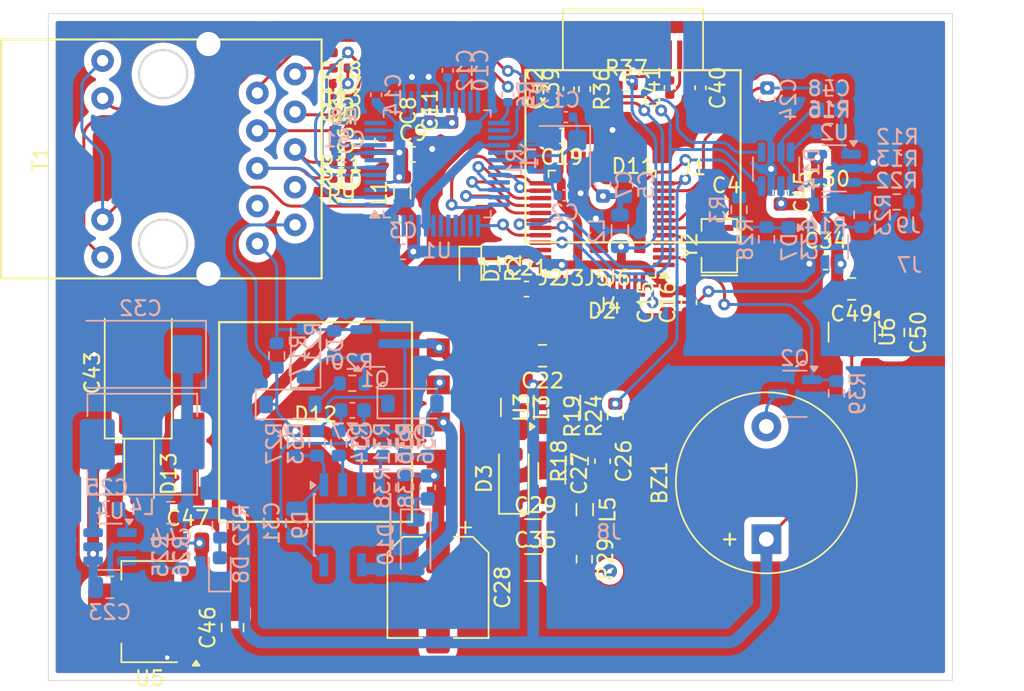
<source format=kicad_pcb>
(kicad_pcb (version 20241229) (generator "pcbnew") (generator_version "9.0")
  (layers (0 "F.Cu" signal) (2 "B.Cu" signal) (13 "F.Paste" user) (15 "B.Paste" user) (5 "F.SilkS" user "F.Silkscreen") (7 "B.SilkS" user "B.Silkscreen") (1 "F.Mask" user) (3 "B.Mask" user) (25 "Edge.Cuts" user))
  (net 0 "")
  (net 1 "Net-(U1-XI{slash}CLKIN)")
  (net 2 "GND")
  (net 3 "Net-(U1-XO)")
  (net 4 "Net-(BZ1-+)")
  (net 5 "+5V")
  (net 6 "Net-(U1-1V2O)")
  (net 7 "Net-(U1-TOCAP)")
  (net 8 "+3V3")
  (net 9 "Net-(U1-RXP)")
  (net 10 "/rst")
  (net 11 "Net-(D2-vdda)")
  (net 12 "Net-(U1-RXN)")
  (net 13 "Net-(C13-Pad1)")
  (net 14 "12v")
  (net 15 "+PoE")
  (net 16 "Net-(C17-Pad2)")
  (net 17 "Net-(U3-FB)")
  (net 18 "Net-(D3-K)")
  (net 19 "Net-(U4-CB)")
  (net 20 "Net-(U4-SW)")
  (net 21 "Net-(C18-Pad2)")
  (net 22 "Net-(C20-Pad1)")
  (net 23 "Net-(C29-Pad2)")
  (net 24 "Analog")
  (net 25 "+30v")
  (net 26 "Net-(D9-VCC)")
  (net 27 "Net-(D1-A)")
  (net 28 "Adj")
  (net 29 "Net-(D3-A)")
  (net 30 "Net-(D4-A)")
  (net 31 "Net-(D9-FB)")
  (net 32 "Net-(C37-Pad1)")
  (net 33 "Net-(D10-K)")
  (net 34 "Net-(D11-Vcomh)")
  (net 35 "Net-(D11-C2N)")
  (net 36 "/TxD")
  (net 37 "/RxD")
  (net 38 "/swd")
  (net 39 "/swc")
  (net 40 "-PoE")
  (net 41 "link")
  (net 42 "Net-(U1-LINKLED)")
  (net 43 "Net-(U1-ACTLED)")
  (net 44 "act")
  (net 45 "Net-(U1-EXRES1)")
  (net 46 "Net-(U1-TXN)")
  (net 47 "Net-(U1-TXP)")
  (net 48 "AdjHV")
  (net 49 "Net-(U4-FB)")
  (net 55 "MOSI")
  (net 58 "SCLK")
  (net 62 "MISO")
  (net 63 "SS_ETH")
  (net 64 "INT_ETH")
  (net 68 "RST_ETH")
  (net 70 "Net-(D11-C2P)")
  (net 71 "Net-(D11-C1N)")
  (net 72 "Net-(D11-C1P)")
  (net 73 "Net-(D11-Vcc)")
  (net 77 "Net-(D2-pa6)")
  (net 83 "Net-(D2-osc_out)")
  (net 87 "SCL")
  (net 89 "Net-(D2-ocs_in)")
  (net 90 "Pulse")
  (net 91 "SDA")
  (net 94 "HVEnable")
  (net 95 "Net-(D5-K)")
  (net 96 "Net-(D6-A)")
  (net 97 "Net-(D6-K)")
  (net 98 "Net-(D7-+)")
  (net 99 "Net-(D8-A)")
  (net 100 "Net-(D9-CS)")
  (net 101 "Net-(D9-COMP)")
  (net 102 "Net-(D10-A)")
  (net 103 "Net-(D13-A)")
  (net 104 "Sound")
  (net 105 "Net-(J7-Pin_1)")
  (net 106 "Net-(U2-+)")
  (net 107 "Net-(D11-Iref)")
  (net 108 "Net-(D11-RES#)")
  (net 110 "Net-(D9-GND)")
  (net 111 "Net-(D14-A)")
  (net 112 "Net-(D14-B)")
  (net 113 "Net-(C48-Pad1)")
  (net 114 "/3.3VA")
  (net 115 "Net-(D2-pa12)")
  (net 116 "+3.3VADC")
  (footprint "Capacitor_SMD:C_0603_1608Metric" (layer "F.Cu") (at 104.45 47.25 90)
    (property "Reference" "C11")
    (property "Value" "1u")
  )
  (footprint "Inductor_SMD:L_1206_3216Metric_Pad1.42x1.75mm_HandSolder" (layer "F.Cu") (at 108.7 67.2575 -90)
    (property "Reference" "L3")
    (property "Value" "22uH")
  )
  (footprint "Crystal:Resonator_SMD_Murata_CSTxExxV-3Pin_3.0x1.1mm" (layer "F.Cu") (at 122.51 56.36 90)
    (property "Reference" "Y2")
    (property "Value" "16")
  )
  (footprint "lib:DA2257" (layer "F.Cu") (at 95.3 68.24 180)
    (property "Reference" "D12")
    (property "Value" "?T4932B?")
  )
  (footprint "Capacitor_SMD:C_0402_1005Metric" (layer "F.Cu") (at 96.99 48.59625)
    (property "Reference" "C20")
    (property "Value" "22n")
  )
  (footprint "Capacitor_SMD:C_0402_1005Metric" (layer "F.Cu") (at 111.28 45.78 90)
    (property "Reference" "C42")
    (property "Value" "4.7uF")
  )
  (footprint "Capacitor_SMD:C_0805_2012Metric" (layer "F.Cu") (at 110.59 63.7775 180)
    (property "Reference" "C22")
    (property "Value" "10u")
  )
  (footprint "Capacitor_SMD:C_0603_1608Metric" (layer "F.Cu") (at 126.65 52.77 -90)
    (property "Reference" "C45")
    (property "Value" "10u")
  )
  (footprint "Capacitor_SMD:C_1206_3216Metric" (layer "F.Cu") (at 111.22 71.7075 -90)
    (property "Reference" "C27")
    (property "Value" "20u")
  )
  (footprint "Resistor_SMD:R_0603_1608Metric" (layer "F.Cu") (at 115.5 67.8375 90)
    (property "Reference" "R24")
    (property "Value" "50k")
  )
  (footprint "Capacitor_SMD:C_0603_1608Metric" (layer "F.Cu") (at 120.46 60.17325 90)
    (property "Reference" "C16")
    (property "Value" "10u")
  )
  (footprint "Capacitor_Tantalum_SMD:CP_EIA-7343-15_Kemet-W" (layer "F.Cu") (at 83.35 64.94 90)
    (property "Reference" "C43")
    (property "Value" "220uF")
  )
  (footprint "Resistor_SMD:R_0603_1608Metric" (layer "F.Cu") (at 114.03 67.8575 90)
    (property "Reference" "R19")
    (property "Value" "5.1k")
  )
  (footprint "Capacitor_SMD:C_0603_1608Metric" (layer "F.Cu") (at 101.86625 50.20625)
    (property "Reference" "C9")
    (property "Value" "1u")
  )
  (footprint "Capacitor_SMD:C_1206_3216Metric" (layer "F.Cu") (at 110.12 75.6975)
    (property "Reference" "C29")
    (property "Value" "20u")
  )
  (footprint "lib:ConnMini" (layer "F.Cu") (at 114.21 61.18 180)
    (property "Reference" "J5")
    (property "Value" "Conn_01x01_Female")
  )
  (footprint "Resistor_SMD:R_0603_1608Metric" (layer "F.Cu") (at 113.14 70.8775 90)
    (property "Reference" "R18")
    (property "Value" "117k")
  )
  (footprint "Resistor_SMD:R_0603_1608Metric" (layer "F.Cu") (at 107.19 57.85 -90)
    (property "Reference" "R2")
    (property "Value" "1k")
  )
  (footprint "lib:ConnMini" (layer "F.Cu") (at 112.52 61.18 180)
    (property "Reference" "J3")
    (property "Value" "Conn_01x01_Female")
  )
  (footprint "lib:OLED049" (layer "F.Cu") (at 116.69 43.53 180)
    (property "Reference" "D11")
    (property "Value" "OLED049")
  )
  (footprint "lib:ConnMini" (layer "F.Cu") (at 115.64 61.17 180)
    (property "Reference" "J6")
    (property "Value" "Conn_01x01_Female")
  )
  (footprint "Capacitor_SMD:C_0603_1608Metric" (layer "F.Cu") (at 114.64 70.8775 -90)
    (property "Reference" "C26")
    (property "Value" "220p")
  )
  (footprint "Capacitor_SMD:C_0603_1608Metric" (layer "F.Cu") (at 118.97 60.17325 90)
    (property "Reference" "C15")
    (property "Value" "10u")
  )
  (footprint "Capacitor_SMD:C_0402_1005Metric" (layer "F.Cu") (at 96.99 43.34625 180)
    (property "Reference" "C18")
    (property "Value" "6.8n")
  )
  (footprint "Capacitor_SMD:C_1206_3216Metric" (layer "F.Cu") (at 110.12 78.0475)
    (property "Reference" "C35")
    (property "Value" "20u")
  )
  (footprint "lib:HY931147C" (layer "F.Cu") (at 85.02625 50.51125 90)
    (property "Reference" "T1")
    (property "Value" "HY931147C")
    (fp_circle (center 5.715 0) (end 7.34 0) (stroke (width 0.15)) (fill no) (layer "Edge.Cuts"))
    (fp_circle (center -5.715 0) (end -4.09 0) (stroke (width 0.15)) (fill no) (layer "Edge.Cuts"))
  )
  (footprint "Resistor_SMD:R_0402_1005Metric" (layer "F.Cu") (at 97.02 51.79625 180)
    (property "Reference" "R9")
    (property "Value" "49R9")
  )
  (footprint "Capacitor_SMD:C_0603_1608Metric" (layer "F.Cu") (at 122.97 53.73)
    (property "Reference" "C4")
    (property "Value" "10n")
  )
  (footprint "Resistor_SMD:R_0402_1005Metric" (layer "F.Cu") (at 116.24 45.56)
    (property "Reference" "R37")
    (property "Value" "10k")
  )
  (footprint "Resistor_SMD:R_0402_1005Metric" (layer "F.Cu") (at 113.43 45.81 -90)
    (property "Reference" "R36")
    (property "Value" "560k")
  )
  (footprint "Inductor_SMD:L_0805_2012Metric" (layer "F.Cu") (at 101.14 52.79 90)
    (property "Reference" "L1")
    (property "Value" "10u")
  )
  (footprint "lib:ConnMini" (layer "F.Cu") (at 111.08 61.16 180)
    (property "Reference" "J2")
    (property "Value" "Conn_01x01_Female")
  )
  (footprint "lib:ConnMini" (layer "F.Cu") (at 120.72 53.73 180)
    (property "Reference" "J1")
    (property "Value" "Conn_01x01_Female")
  )
  (footprint "Capacitor_SMD:C_0805_2012Metric" (layer "F.Cu") (at 89.71 82.1 90)
    (property "Reference" "C46")
    (property "Value" "10u")
  )
  (footprint "Package_TO_SOT_SMD:SOT-223-3_TabPin2" (layer "F.Cu") (at 84.12 81.02 180)
    (property "Reference" "U5")
    (property "Value" "NCP1117-3.3")
  )
  (footprint "Resistor_SMD:R_0402_1005Metric" (layer "F.Cu") (at 96.97 46.47625 180)
    (property "Reference" "R4")
    (property "Value" "82")
  )
  (footprint "Inductor_SMD:L_0805_2012Metric" (layer "F.Cu") (at 113.44 74.1475 -90)
    (property "Reference" "L5")
    (property "Value" "47uH")
  )
  (footprint "Capacitor_SMD:C_0805_2012Metric" (layer "F.Cu") (at 134.24 62.21 -90)
    (property "Reference" "C50")
    (property "Value" "10u")
  )
  (footprint "lib:ConnMini" (layer "F.Cu") (at 115 63.06 180)
    (property "Reference" "J4")
    (property "Value" "Conn")
  )
  (footprint "Capacitor_SMD:C_0603_1608Metric" (layer "F.Cu") (at 102.98 47.26 90)
    (property "Reference" "C8")
    (property "Value" "1u")
  )
  (footprint "Buzzer_Beeper:Buzzer_12x9.5RM7.6" (layer "F.Cu") (at 125.68 76.14 90)
    (property "Reference" "BZ1")
    (property "Value" "Buzzer")
  )
  (footprint "Diode_SMD:D_SOD-123" (layer "F.Cu") (at 108.66 72.0675 90)
    (property "Reference" "D3")
    (property "Value" "MBR0540")
  )
  (footprint "Capacitor_SMD:C_0603_1608Metric" (layer "F.Cu") (at 129.87 50.43 180)
    (property "Reference" "C30")
    (property "Value" "10u")
  )
  (footprint "Resistor_SMD:R_0603_1608Metric" (layer "F.Cu") (at 113.41 77.4875 -90)
    (property "Reference" "R29")
    (property "Value" "20k")
  )
  (footprint "Capacitor_SMD:C_0603_1608Metric" (layer "F.Cu") (at 129.675 57.46)
    (property "Reference" "C34")
    (property "Value" "10u")
  )
  (footprint "Package_TO_SOT_SMD:SOT-23-5" (layer "F.Cu") (at 111.58 67.25 90)
    (property "Reference" "U3")
    (property "Value" "LM2733XMF")
  )
  (footprint "Package_TO_SOT_SMD:SOT-23" (layer "F.Cu") (at 131.43 62.1775 -90)
    (property "Reference" "U6")
    (property "Value" "MCP1700x")
  )
  (footprint "Capacitor_SMD:C_0805_2012Metric" (layer "F.Cu") (at 131.43 59.27 180)
    (property "Reference" "C49")
    (property "Value" "10u")
  )
  (footprint "Capacitor_SMD:C_0402_1005Metric" (layer "F.Cu") (at 121.24 45.72 -90)
    (property "Reference" "C40")
    (property "Value" "1uF")
  )
  (footprint "LED_SMD:LED_0603_1608Metric" (layer "F.Cu") (at 105.73 57.9 -90)
    (property "Reference" "D1")
    (property "Value" "LED")
  )
  (footprint "Capacitor_SMD:C_0402_1005Metric" (layer "F.Cu") (at 112.36 45.78 90)
    (property "Reference" "C39")
    (property "Value" "2.2uF")
  )
  (footprint "Resistor_SMD:R_0402_1005Metric" (layer "F.Cu") (at 97.02 50.73625 180)
    (property "Reference" "R10")
    (property "Value" "49R9")
  )
  (footprint "Resistor_SMD:R_0402_1005Metric" (layer "F.Cu") (at 97.02 49.67625 180)
    (property "Reference" "R11")
    (property "Value" "10")
  )
  (footprint "Capacitor_SMD:C_0603_1608Metric" (layer "F.Cu") (at 111.9 48.96 180)
    (property "Reference" "C19")
    (property "Value" "10u")
  )
  (footprint "Resistor_SMD:R_0402_1005Metric" (layer "F.Cu") (at 96.97 45.42625 180)
    (property "Reference" "R5")
    (property "Value" "82")
  )
  (footprint "Capacitor_SMD:C_0603_1608Metric" (layer "F.Cu") (at 109.52 59.28)
    (property "Reference" "C21")
    (property "Value" "10u")
  )
  (footprint "Capacitor_SMD:C_0402_1005Metric" (layer "F.Cu") (at 96.99 47.53625)
    (property "Reference" "C13")
    (property "Value" "10n")
  )
  (footprint "Capacitor_SMD:C_0805_2012Metric" (layer "F.Cu") (at 86.68 76.41)
    (property "Reference" "C47")
    (property "Value" "10u")
  )
  (footprint "Capacitor_SMD:C_0603_1608Metric" (layer "F.Cu") (at 98.78375 49.27 90)
    (property "Reference" "C6")
    (property "Value" "1u")
  )
  (footprint "Capacitor_SMD:C_0402_1005Metric" (layer "F.Cu") (at 96.99 44.38625 180)
    (property "Reference" "C17")
    (property "Value" "6.8n")
  )
  (footprint "Package_QFP:LQFP-48_7x7mm_P0.5mm" (layer "F.Cu") (at 114.61 54.90325 180)
    (property "Reference" "D2")
    (property "Value" "STM32G473CETx")
  )
  (footprint "Capacitor_SMD:C_0402_1005Metric" (layer "F.Cu") (at 119.17 45.7 90)
    (property "Reference" "C41")
    (property "Value" "1uF")
  )
  (footprint "Diode_SMD:D_SOD-123" (layer "F.Cu") (at 83.41 71.73 -90)
    (property "Reference" "D13")
    (property "Value" "SS34")
  )
  (footprint "Capacitor_SMD:CP_Elec_6.3x7.7" (layer "F.Cu") (at 103.55 79.39 -90)
    (property "Reference" "C28")
    (property "Value" "22uF/63v")
  )
  (footprint "Capacitor_SMD:C_0603_1608Metric" (layer "B.Cu") (at 129.91 47.19 180)
    (property "Reference" "C48")
    (property "Value" "4.7p")
  )
  (footprint "Capacitor_SMD:C_0402_1005Metric" (layer "B.Cu") (at 112.16625 47.69625 180)
    (property "Reference" "C1")
    (property "Value" "10p")
  )
  (footprint "Capacitor_Tantalum_SMD:CP_EIA-7343-15_Kemet-W" (layer "B.Cu") (at 83.5 63.68 180)
    (property "Reference" "C32")
    (property "Value" "1000uF")
  )
  (footprint "Capacitor_SMD:C_0603_1608Metric" (layer "B.Cu") (at 127.17 55.93 90)
    (property "Reference" "C33")
    (property "Value" "100n")
  )
  (footprint "Capacitor_SMD:C_0805_2012Metric" (layer "B.Cu") (at 94.0425 75.0525 -90)
    (property "Reference" "C31")
    (property "Value" "10uF")
  )
  (footprint "Package_TO_SOT_SMD:SOT-23-3" (layer "B.Cu") (at 127.6 66.34 180)
    (property "Reference" "Q2")
    (property "Value" "Q_NMOS_GSD")
  )
  (footprint "lib:ConnMini" (layer "B.Cu") (at 135.28 55.03 180)
    (property "Reference" "J7")
    (property "Value" "Conn_01x01_Female")
  )
  (footprint "Resistor_SMD:R_0603_1608Metric" (layer "B.Cu") (at 88.87 75.21 90)
    (property "Reference" "R32")
    (property "Value" "4.7k")
  )
  (footprint "Resistor_SMD:R_0603_1608Metric" (layer "B.Cu") (at 93.9425 69.6825 -90)
    (property "Reference" "R27")
    (property "Value" "100k")
  )
  (footprint "Capacitor_SMD:C_0805_2012Metric" (layer "B.Cu") (at 85.54 74.35)
    (property "Reference" "C44")
    (property "Value" "10u")
  )
  (footprint "Package_TO_SOT_SMD:TSOT-23-5" (layer "B.Cu") (at 130.2525 51.145 180)
    (property "Reference" "U2")
    (property "Value" "OPA354AIDBVR")
  )
  (footprint "lib:ConnMini" (layer "B.Cu") (at 115.12 78.3)
    (property "Reference" "J8")
    (property "Value" "Conn_01x01_Female")
  )
  (footprint "Package_TO_SOT_SMD:SOT-23" (layer "B.Cu") (at 99.3125 62.9625)
    (property "Reference" "Q1")
    (property "Value" "5N10")
  )
  (footprint "Resistor_SMD:R_0603_1608Metric" (layer "B.Cu") (at 134.505 51.94 180)
    (property "Reference" "R13")
    (property "Value" "1k")
  )
  (footprint "Resistor_SMD:R_0603_1608Metric" (layer "B.Cu") (at 92.6825 63.7625 90)
    (property "Reference" "R17")
    (property "Value" "24k")
  )
  (footprint "Capacitor_SMD:C_0402_1005Metric" (layer "B.Cu") (at 104.20625 44.54625 90)
    (property "Reference" "C12")
    (property "Value" "4.7u")
  )
  (footprint "Resistor_SMD:R_0603_1608Metric" (layer "B.Cu") (at 123.84 53.93 -90)
    (property "Reference" "R3")
    (property "Value" "5.1k")
  )
  (footprint "Resistor_SMD:R_0603_1608Metric" (layer "B.Cu") (at 129.91 48.66 180)
    (property "Reference" "R15")
    (property "Value" "1k")
  )
  (footprint "Diode_SMD:D_SOD-123" (layer "B.Cu") (at 101.825 67.0025)
    (property "Reference" "D6")
    (property "Value" "F7")
  )
  (footprint "Resistor_SMD:R_0402_1005Metric" (layer "B.Cu") (at 97.23 48.87 180)
    (property "Reference" "R8")
    (property "Value" "12.4k")
  )
  (footprint "Resistor_SMD:R_0603_1608Metric" (layer "B.Cu") (at 125.695 55.93 -90)
    (property "Reference" "R28")
    (property "Value" "1k")
  )
  (footprint "Resistor_SMD:R_0603_1608Metric" (layer "B.Cu") (at 86.28 77.275 -90)
    (property "Reference" "R25")
    (property "Value" "3.4k")
  )
  (footprint "Capacitor_SMD:C_0603_1608Metric" (layer "B.Cu") (at 116.16 52.27 90)
    (property "Reference" "C5")
    (property "Value" "10u")
  )
  (footprint "Resistor_SMD:R_0603_1608Metric" (layer "B.Cu") (at 101.24 72.66 -90)
    (property "Reference" "R38")
    (property "Value" "10k")
  )
  (footprint "Resistor_SMD:R_0603_1608Metric" (layer "B.Cu") (at 96.5525 62.9225 -90)
    (property "Reference" "R21")
    (property "Value" "237k")
  )
  (footprint "Resistor_SMD:R_0603_1608Metric" (layer "B.Cu") (at 129.67 53.58)
    (property "Reference" "R14")
    (property "Value" "510")
  )
  (footprint "Package_TO_SOT_SMD:SOT-23-8" (layer "B.Cu") (at 126.335 51.2 90)
    (property "Reference" "D14")
    (property "Value" "AD5245")
  )
  (footprint "Diode_SMD:D_SOD-123" (layer "B.Cu") (at 102.04 76.4925 -90)
    (property "Reference" "D10")
    (property "Value" "F7")
  )
  (footprint "Crystal:Crystal_SMD_3225-4Pin_3.2x2.5mm" (layer "B.Cu") (at 112.09625 50.34625 -90)
    (property "Reference" "Y1")
    (property "Value" "25MHz")
  )
  (footprint "Capacitor_SMD:C_0402_1005Metric" (layer "B.Cu") (at 99.38625 46.18625 90)
    (property "Reference" "C14")
    (property "Value" "1u")
  )
  (footprint "Diode_SMD:D_SOD-123" (layer "B.Cu") (at 93.6225 67.0525)
    (property "Reference" "D4")
    (property "Value" "MM1Z27")
  )
  (footprint "Package_TO_SOT_SMD:SOT-23-6" (layer "B.Cu") (at 129.63 56.45 -90)
    (property "Reference" "D7")
    (property "Value" "TLV3501")
  )
  (footprint "Resistor_SMD:R_0603_1608Metric" (layer "B.Cu") (at 134.465 53.41 180)
    (property "Reference" "R22")
    (property "Value" "10k")
  )
  (footprint "Package_SO:SOIC-8-N7_3.9x4.9mm_P1.27mm" (layer "B.Cu") (at 97.7625 75.1725 -90)
    (property "Reference" "D9")
    (property "Value" "?U6119SA?")
  )
  (footprint "Resistor_SMD:R_0603_1608Metric" (layer "B.Cu") (at 130.4 66.31 90)
    (property "Reference" "R39")
    (property "Value" "100k")
  )
  (footprint "lib:ConnMini" (layer "B.Cu") (at 135.29 57.64)
    (property "Reference" "J9")
    (property "Value" "Conn_01x01_Female")
  )
  (footprint "Package_TO_SOT_SMD:SOT-23-6" (layer "B.Cu") (at 81.4425 76.65 180)
    (property "Reference" "U4")
    (property "Value" "LMR50410XDBVR")
  )
  (footprint "Capacitor_SMD:C_0402_1005Metric" (layer "B.Cu") (at 105.26625 44.54625 90)
    (property "Reference" "C10")
    (property "Value" "10n")
  )
  (footprint "Resistor_SMD:R_0603_1608Metric" (layer "B.Cu") (at 97.7625 65.6325 180)
    (property "Reference" "R20")
    (property "Value" "51k")
  )
  (footprint "Capacitor_SMD:C_0603_1608Metric" (layer "B.Cu") (at 114.67 52.24 90)
    (property "Reference" "C7")
    (property "Value" "10u")
  )
  (footprint "Inductor_SMD:L_Abracon_ASPI-0630LR" (layer "B.Cu") (at 83.62 69.74)
    (property "Reference" "L4")
    (property "Value" "15uH")
  )
  (footprint "Package_QFP:LQFP-48_7x7mm_P0.5mm" (layer "B.Cu") (at 103.49625 50.84375)
    (property "Reference" "U1")
    (property "Value" "W5500")
  )
  (footprint "Resistor_SMD:R_0603_1608Metric" (layer "B.Cu") (at 99.8425 69.6825 90)
    (property "Reference" "R35")
    (property "Value" "0.68")
  )
  (footprint "Resistor_SMD:R_0603_1608Metric" (layer "B.Cu") (at 98.3525 69.6825 90)
    (property "Reference" "R31")
    (property "Value" "10k")
  )
  (footprint "Resistor_SMD:R_0603_1608Metric" (layer "B.Cu") (at 129.92 45.73)
    (property "Reference" "R16")
    (property "Value" "10")
  )
  (footprint "Resistor_SMD:R_0603_1608Metric" (layer "B.Cu") (at 134.515 50.46 180)
    (property "Reference" "R12")
    (property "Value" "3k")
  )
  (footprint "Resistor_SMD:R_0603_1608Metric" (layer "B.Cu") (at 132.12 54.28 90)
    (property "Reference" "R23")
    (property "Value" "10k")
  )
  (footprint "Resistor_SMD:R_0603_1608Metric" (layer "B.Cu") (at 102.8325 69.6825 -90)
    (property "Reference" "R30")
    (property "Value" "43k")
  )
  (footprint "Capacitor_SMD:C_0603_1608Metric" (layer "B.Cu") (at 125.74 46.5 90)
    (property "Reference" "C24")
    (property "Value" "100")
  )
  (footprint "Resistor_SMD:R_0402_1005Metric" (layer "B.Cu") (at 109.35 46.16 90)
    (property "Reference" "R7")
    (property "Value" "100")
  )
  (footprint "Capacitor_SMD:C_0603_1608Metric" (layer "B.Cu") (at 102.85 72.645 -90)
    (property "Reference" "C38")
    (property "Value" "10nF")
  )
  (footprint "Capacitor_SMD:C_0603_1608Metric" (layer "B.Cu") (at 101.3125 69.6825 90)
    (property "Reference" "C36")
    (property "Value" "28p")
  )
  (footprint "Capacitor_SMD:C_0805_2012Metric" (layer "B.Cu") (at 81.43 79.38)
    (property "Reference" "C23")
    (property "Value" "10uF")
  )
  (footprint "Resistor_SMD:R_0603_1608Metric" (layer "B.Cu") (at 95.4025 69.6825 -90)
    (property "Reference" "R33")
    (property "Value" "20R")
  )
  (footprint "Resistor_SMD:R_0402_1005Metric" (layer "B.Cu") (at 109.88 50.73 -90)
    (property "Reference" "R1")
    (property "Value" "1M")
  )
  (footprint "Capacitor_SMD:C_0402_1005Metric" (layer "B.Cu") (at 97.23 50.37 180)
    (property "Reference" "C51")
    (property "Value" "1u")
  )
  (footprint "Capacitor_SMD:C_0603_1608Metric" (layer "B.Cu") (at 97.7825 67.4525)
    (property "Reference" "C37")
    (property "Value" "480p")
  )
  (footprint "Resistor_SMD:R_0402_1005Metric" (layer "B.Cu") (at 108.26 46.16 90)
    (property "Reference" "R6")
    (property "Value" "100")
  )
  (footprint "Capacitor_SMD:C_0603_1608Metric" (layer "B.Cu") (at 81.25 74.08 180)
    (property "Reference" "C25")
    (property "Value" "150nF")
  )
  (footprint "Inductor_SMD:L_0805_2012Metric" (layer "B.Cu") (at 115.81 55.36 -90)
    (property "Reference" "L2")
    (property "Value" "10uH")
  )
  (footprint "Resistor_SMD:R_0603_1608Metric" (layer "B.Cu") (at 84.8 77.285 90)
    (property "Reference" "R26")
    (property "Value" "1.02k")
  )
  (footprint "LED_SMD:LED_0603_1608Metric" (layer "B.Cu") (at 88.85 78.18 90)
    (property "Reference" "D8")
    (property "Value" "LED")
  )
  (footprint "Resistor_SMD:R_0603_1608Metric" (layer "B.Cu") (at 96.8625 69.6825 90)
    (property "Reference" "R34")
    (property "Value" "47R")
  )
  (footprint "Capacitor_SMD:C_0402_1005Metric" (layer "B.Cu") (at 112.09625 52.96625)
    (property "Reference" "C2")
    (property "Value" "10p")
  )
  (footprint "Diode_SMD:D_SOD-123" (layer "B.Cu") (at 94.6325 63.57 90)
    (property "Reference" "D5")
    (property "Value" "BZT52-C15")
  )
  (footprint "Capacitor_SMD:C_0603_1608Metric" (layer "B.Cu") (at 101.20625 56.76625 180)
    (property "Reference" "C3")
    (property "Value" "1u")
  )
  (gr_line (start 77.29 85.66) (end 138.22 85.66) (stroke (width 0.05)) (layer "Edge.Cuts"))
  (gr_line (start 77.29 40.72) (end 77.29 85.66) (stroke (width 0.05)) (layer "Edge.Cuts"))
  (gr_line (start 138.22 85.66) (end 138.22 40.72) (stroke (width 0.05)) (layer "Edge.Cuts"))
  (gr_line (start 138.22 40.72) (end 77.29 40.72) (stroke (width 0.05)) (layer "Edge.Cuts"))
  (segment (start 107.66575 50.60075) (end 109.234643 50.60075) (width 0.2) (layer "B.Cu") (net 1))
  (segment (start 112.081986 50.110514) (end 112.94625 49.24625) (width 0.2) (layer "B.Cu") (net 1))
  (segment (start 109.588197 50.454303) (end 109.75625 50.28625) (width 0.2) (layer "B.Cu") (net 1))
  (segment (start 112.94625 49.24625) (end 112.94625 48.410464) (width 0.2) (layer "B.Cu") (net 1))
  (segment (start 109.75625 50.28625) (end 111.657722 50.28625) (width 0.2) (layer "B.Cu") (net 1))
  (segment (start 112.653357 47.703357) (end 112.64625 47.69625) (width 0.2) (layer "B.Cu") (net 1))
  (segment (start 107.65875 50.59375) (end 107.66575 50.60075) (width 0.2) (layer "B.Cu") (net 1))
  (arc (start 112.94625 48.410464) (mid 112.87013 48.027781) (end 112.653357 47.703357) (width 0.2) (layer "B.Cu") (net 1))
  (arc (start 112.081986 50.110514) (mid 111.887332 50.240578) (end 111.657722 50.28625) (width 0.2) (layer "B.Cu") (net 1))
  (arc (start 109.234643 50.60075) (mid 109.425985 50.56269) (end 109.588197 50.454303) (width 0.2) (layer "B.Cu") (net 1))
  (segment (start 116.86 60.52) (end 117.23 60.89) (width 0.2) (layer "F.Cu") (net 2))
  (segment (start 111.58 68.3875) (end 111.58 69.8725) (width 0.6) (layer "F.Cu") (net 2))
  (segment (start 117.35 61.01) (end 118.22 61.01) (width 0.2) (layer "F.Cu") (net 2))
  (segment (start 97.43 48.55625) (end 97.47 48.59625) (width 0.2) (layer "F.Cu") (net 2))
  (segment (start 108.19 71.7575) (end 110.48 71.7575) (width 0.2) (layer "F.Cu") (net 2))
  (segment (start 116.587107 60.43) (end 116.86 60.43) (width 0.2) (layer "F.Cu") (net 2))
  (segment (start 100.652893 42.712893) (end 102.92 44.98) (width 0.4) (layer "F.Cu") (net 2))
  (segment (start 114.897107 52.12) (end 115.59 52.12) (width 0.2) (layer "F.Cu") (net 2))
  (segment (start 102.95625 49.89125) (end 102.64125 50.20625) (width 0.2) (layer "F.Cu") (net 2))
  (segment (start 93.474214 42.42) (end 99.6 42.42) (width 0.4) (layer "F.Cu") (net 2))
  (segment (start 87.03 65.74) (end 87.03 63.24) (width 0.2) (layer "F.Cu") (net 2))
  (segment (start 116.006447 60.056447) (end 116.233554 60.283554) (width 0.2) (layer "F.Cu") (net 2))
  (segment (start 113.16 52.627107) (end 113.16 52.82) (width 0.2) (layer "F.Cu") (net 2))
  (segment (start 118.22 61.01) (end 120.48 61.01) (width 0.2) (layer "F.Cu") (net 2))
  (segment (start 99.6 42.42) (end 99.945786 42.42) (width 0.4) (layer "F.Cu") (net 2))
  (segment (start 111.58 67.2475) (end 107.2525 67.2475) (width 0.4) (layer "F.Cu") (net 2))
  (segment (start 117.04 41.61) (end 117.02 41.59) (width 0.2) (layer "F.Cu") (net 2))
  (segment (start 114.36 50.74075) (end 114.36 49.04) (width 0.2) (layer "F.Cu") (net 2))
  (segment (start 98.78375 48.495) (end 97.57125 48.495) (width 0.2) (layer "F.Cu") (net 2))
  (segment (start 111.58 68.3875) (end 111.58 67.2475) (width 0.6) (layer "F.Cu") (net 2))
  (segment (start 110.48 71.7575) (end 111.22 71.0175) (width 0.2) (layer "F.Cu") (net 2))
  (segment (start 117.04 43.53) (end 117.04 41.61) (width 0.2) (layer "F.Cu") (net 2))
  (segment (start 111.58 69.8725) (end 111.22 70.2325) (width 0.2) (layer "F.Cu") (net 2))
  (segment (start 112.36 50.74075) (end 112.36 51.412893) (width 0.2) (layer "F.Cu") (net 2))
  (segment (start 115.86 59.06575) (end 115.86 59.702893) (width 0.2) (layer "F.Cu") (net 2))
  (segment (start 107.4 72.5475) (end 108.19 71.7575) (width 0.2) (layer "F.Cu") (net 2))
  (segment (start 112.506447 51.766447) (end 113.013554 52.273554) (width 0.2) (layer "F.Cu") (net 2))
  (segment (start 114.36 50.74075) (end 114.36 51.582893) (width 0.2) (layer "F.Cu") (net 2))
  (segment (start 107.4 74.4525) (end 107.4 72.5475) (width 0.2) (layer "F.Cu") (net 2))
  (segment (start 111.58 67.2475) (end 113.815 67.2475) (width 0.4) (layer "F.Cu") (net 2))
  (segment (start 112.36 50.74075) (end 112.36 48.95825) (width 0.2) (layer "F.Cu") (net 2))
  (segment (start 116.86 60.43) (end 116.86 60.52) (width 0.2) (layer "F.Cu") (net 2))
  (segment (start 114.506447 51.936447) (end 114.543554 51.973554) (width 0.2) (layer "F.Cu") (net 2))
  (segment (start 83.35 61.82) (end 85.61 61.82) (width 0.2) (layer "F.Cu") (net 2))
  (segment (start 97.57125 48.495) (end 97.47 48.59625) (width 0.2) (layer "F.Cu") (net 2))
  (segment (start 112.36 48.95825) (end 112.355 48.95325) (width 0.2) (layer "F.Cu") (net 2))
  (segment (start 111.58 67.2475) (end 111.58 63.8175) (width 0.6) (layer "F.Cu") (net 2))
  (segment (start 97.43 47.53625) (end 97.43 48.55625) (width 0.2) (layer "F.Cu") (net 2))
  (segment (start 116.86 59.06575) (end 116.86 60.43) (width 0.2) (layer "F.Cu") (net 2))
  (segment (start 111.58 63.8175) (end 111.54 63.7775) (width 0.2) (layer "F.Cu") (net 2))
  (segment (start 85.61 61.82) (end 87.03 63.24) (width 0.2) (layer "F.Cu") (net 2))
  (segment (start 110.4475 57.15325) (end 109.760964 57.15325) (width 0.2) (layer "F.Cu") (net 2))
  (segment (start 108.645 75.6975) (end 107.4 74.4525) (width 0.2) (layer "F.Cu") (net 2))
  (segment (start 113.815 67.2475) (end 114.03 67.0325) (width 0.2) (layer "F.Cu") (net 2))
  (segment (start 117.23 60.89) (end 117.35 61.01) (width 0.2) (layer "F.Cu") (net 2))
  (segment (start 89.44 46.04) (end 92.767107 42.712893) (width 0.4) (layer "F.Cu") (net 2))
  (segment (start 108.745 57.755) (end 108.745 59.28) (width 0.2) (layer "F.Cu") (net 2))
  (segment (start 111.22 71.0175) (end 111.22 70.2325) (width 0.2) (layer "F.Cu") (net 2))
  (segment (start 109.053857 57.446143) (end 108.745 57.755) (width 0.2) (layer "F.Cu") (net 2))
  (segment (start 108.645 78.0475) (end 108.645 75.6975) (width 0.2) (layer "F.Cu") (net 2))
  (via (at 102.92 44.98) (size 0.8) (drill 0.4) (layers "F.Cu" "B.Cu") (net 2))
  (via (at 85.3 84.12) (size 0.8) (drill 0.3) (layers "F.Cu" "B.Cu") (net 2))
  (via (at 128.58 57.57) (size 0.8) (drill 0.4) (layers "F.Cu" "B.Cu") (net 2))
  (via (at 80.38 63.68) (size 0.8) (drill 0.3) (layers "F.Cu" "B.Cu") (net 2))
  (via (at 103.16 49.84) (size 0.8) (drill 0.4) (layers "F.Cu" "B.Cu") (net 2))
  (via (at 114.19 54.53) (size 0.8) (drill 0.4) (layers "F.Cu" "B.Cu") (net 2))
  (via (at 126 51.18) (size 0.8) (drill 0.4) (layers "F.Cu" "B.Cu") (net 2))
  (via (at 113.16 52.82) (size 0.8) (drill 0.4) (layers "F.Cu" "B.Cu") (net 2))
  (via (at 101.79 44.99) (size 0.8) (drill 0.4) (layers "F.Cu" "B.Cu") (net 2))
  (via (at 115.31 48.56) (size 0.8) (drill 0.4) (layers "F.Cu" "B.Cu") (net 2))
  (via (at 132.89 50.77) (size 0.8) (drill 0.4) (layers "F.Cu" "B.Cu") (net 2))
  (arc (start 115.86 59.702893) (mid 115.89806 59.894235) (end 116.006447 60.056447) (width 0.2) (layer "F.Cu") (net 2))
  (arc (start 113.013554 52.273554) (mid 113.12194 52.435766) (end 113.16 52.627107) (width 0.2) (layer "F.Cu") (net 2))
  (arc (start 99.945786 42.42) (mid 100.328469 42.49612) (end 100.652893 42.712893) (width 0.4) (layer "F.Cu") (net 2))
  (arc (start 109.760964 57.15325) (mid 109.378281 57.22937) (end 109.053857 57.446143) (width 0.2) (layer "F.Cu") (net 2))
  (arc (start 114.36 51.582893) (mid 114.39806 51.774235) (end 114.506447 51.936447) (width 0.2) (layer "F.Cu") (net 2))
  (arc (start 92.767107 42.712893) (mid 93.091531 42.49612) (end 93.474214 42.42) (width 0.4) (layer "F.Cu") (net 2))
  (arc (start 114.543554 51.973554) (mid 114.705766 52.08194) (end 114.897107 52.12) (width 0.2) (layer "F.Cu") (net 2))
  (arc (start 112.36 51.412893) (mid 112.39806 51.604235) (end 112.506447 51.766447) (width 0.2) (layer "F.Cu") (net 2))
  (arc (start 116.587107 60.43) (mid 116.395766 60.39194) (end 116.233554 60.283554) (width 0.2) (layer "F.Cu") (net 2))
  (segment (start 107.12 47.2) (end 106.31 48.01) (width 0.2) (layer "B.Cu") (net 2))
  (segment (start 84.59 74.35) (end 84.59 76.25) (width 0.2) (layer "B.Cu") (net 2))
  (segment (start 96.75 48.9) (end 96.72 48.87) (width 0.2) (layer "B.Cu") (net 2))
  (segment (start 129.63 56.45) (end 129.63 55.3125) (width 0.4) (layer "B.Cu") (net 2))
  (segment (start 101.76625 44.06625) (end 102.27625 44.06625) (width 0.2) (layer "B.Cu") (net 2))
  (segment (start 129.63 55.3125) (end 129.63 54.610685) (width 0.4) (layer "B.Cu") (net 2))
  (segment (start 100.74625 55.00625) (end 100.74625 56.45125) (width 0.2) (layer "B.Cu") (net 2))
  (segment (start 109.035197 49.947303) (end 109.239804 49.742696) (width 0.2) (layer "B.Cu") (net 2))
  (segment (start 131.39 51.145) (end 130.805685 51.145) (width 0.4) (layer "B.Cu") (net 2))
  (segment (start 102.61125 51.71625) (end 102.61125 51.97875) (width 0.2) (layer "B.Cu") (net 2))
  (segment (start 102.24625 44.09625) (end 102.27625 44.06625) (width 0.2) (layer "B.Cu") (net 2))
  (segment (start 99.38625 44.84625) (end 100.16625 44.06625) (width 0.2) (layer "B.Cu") (net 2))
  (segment (start 101.24625 44.06625) (end 101.76625 44.06625) (width 0.2) (layer "B.Cu") (net 2))
  (segment (start 100.16625 44.06625) (end 101.24625 44.06625) (width 0.2) (layer "B.Cu") (net 2))
  (segment (start 126.01 50.0625) (end 126.01 52.3375) (width 0.2) (layer "B.Cu") (net 2))
  (segment (start 105.26625 44.06625) (end 106.38625 44.06625) (width 0.2) (layer "B.Cu") (net 2))
  (segment (start 130.522842 51.262158) (end 130.372157 51.412843) (width 0.4) (layer "B.Cu") (net 2))
  (segment (start 103.570514 45.510514) (end 103.25625 45.19625) (width 0.2) (layer "B.Cu") (net 2))
  (segment (start 107.65875 50.09375) (end 108.681643 50.09375) (width 0.2) (layer "B.Cu") (net 2))
  (segment (start 96.76375 49.59375) (end 96.75 49.58) (width 0.25) (layer "B.Cu") (net 2))
  (segment (start 81.582842 76.767158) (end 81.567157 76.782843) (width 0.4) (layer "B.Cu") (net 2))
  (segment (start 103.74625 46.68125) (end 103.74625 45.934778) (width 0.2) (layer "B.Cu") (net 2))
  (segment (start 106.31 48.01) (end 106.31 48.28) (width 0.2) (layer "B.Cu") (net 2))
  (segment (start 111.24625 49.24625) (end 111.24625 48.550464) (width 0.2) (layer "B.Cu") (net 2))
  (segment (start 101.24625 46.68125) (end 101.24625 44.06625) (width 0.2) (layer "B.Cu") (net 2))
  (segment (start 102.76 44.06625) (end 103.26625 44.06625) (width 0.2) (layer "B.Cu") (net 2))
  (segment (start 88.4475 79.37) (end 88.85 78.9675) (width 0.2) (layer "B.Cu") (net 2))
  (segment (start 82.47 79.37) (end 88.4475 79.37) (width 0.2) (layer "B.Cu") (net 2))
  (segment (start 103.25625 45.19625) (end 103.25625 44.07625) (width 0.2) (layer "B.Cu") (net 2))
  (segment (start 130.255 53.34) (end 130.495 53.58) (width 0.2) (layer "B.Cu") (net 2))
  (segment (start 109.593357 49.59625) (end 110.89625 49.59625) (width 0.2) (layer "B.Cu") (net 2))
  (segment (start 99.38625 45.70625) (end 99.38625 44.84625) (width 0.2) (layer "B.Cu") (net 2))
  (segment (start 84.59 76.25) (end 84.8 76.46) (width 0.2) (layer "B.Cu") (net 2))
  (segment (start 129.63 55.550786) (end 129.63 55.3125) (width 0.5) (layer "B.Cu") (net 2))
  (segment (start 112.94625 51.44625) (end 112.94625 52.36) (width 0.2) (layer "B.Cu") (net 2))
  (segment (start 129.747158 54.327842) (end 130.495 53.58) (width 0.4) (layer "B.Cu") (net 2))
  (segment (start 81.567158 78.467158) (end 82.47 79.37) (width 0.4) (layer "B.Cu") (net 2))
  (segment (start 102.67625 44.06625) (end 102.76 44.06625) (width 0.2) (layer "B.Cu") (net 2))
  (segment (start 127.16 57.13) (end 128.465 57.13) (width 0.2) (layer "B.Cu") (net 2))
  (segment (start 102.24625 46.68125) (end 102.24625 44.09625) (width 0.2) (layer "B.Cu") (net 2))
  (segment (start 82.58 76.65) (end 81.865685 76.65) (width 0.4) (layer "B.Cu") (net 2))
  (segment (start 129.64 56.46) (end 129.63 56.45) (width 0.4) (layer "B.Cu") (net 2))
  (segment (start 103.26625 44.06625) (end 103.57625 44.06625) (width 0.2) (layer "B.Cu") (net 2))
  (segment (start 102.27625 44.06625) (end 102.67625 44.06625) (width 0.2) (layer "B.Cu") (net 2))
  (segment (start 129.64 56.46) (end 128.244214 56.46) (width 0.4) (layer "B.Cu") (net 2))
  (segment (start 99.33375 52.59375) (end 101.86 52.59375) (width 0.2) (layer "B.Cu") (net 2))
  (segment (start 130.255 51.695685) (end 130.255 53.34) (width 0.4) (layer "B.Cu") (net 2))
  (segment (start 106.26 48.25) (end 99.43 55.08) (width 0.6) (layer "B.Cu") (net 2))
  (segment (start 130.495 53.58) (end 131.995 53.58) (width 0.2) (layer "B.Cu") (net 2))
  (segment (start 99.33375 49.59375) (end 96.76375 49.59375) (width 0.25) (layer "B.Cu") (net 2))
  (segment (start 132.36 56.46) (end 129.64 56.46) (width 0.4) (layer "B.Cu") (net 2))
  (segment (start 107.12 44.8) (end 107.12 47.2) (width 0.2) (layer "B.Cu") (net 2))
  (segment (start 82.58 76.65) (end 84.61 76.65) (width 0.2) (layer "B.Cu") (net 2))
  (segment (start 112.94625 52.59625) (end 112.57625 52.96625) (width 0.2) (layer "B.Cu") (net 2))
  (segment (start 112.94625 52.36) (end 112.94625 52.59625) (width 0.2) (layer "B.Cu") (net 2))
  (segment (start 106.38625 44.06625) (end 107.12 44.8) (width 0.2) (layer "B.Cu") (net 2))
  (segment (start 81.45 77.065685) (end 81.45 78.184315) (width 0.4) (layer "B.Cu") (net 2))
  (segment (start 131.995 53.58) (end 132.12 53.455) (width 0.2) (layer "B.Cu") (net 2))
  (segment (start 103.25625 44.07625) (end 103.26625 44.06625) (width 0.2) (layer "B.Cu") (net 2))
  (segment (start 96.75 49.58) (end 96.75 48.9) (width 0.4) (layer "B.Cu") (net 2))
  (segment (start 84.61 76.65) (end 84.8 76.46) (width 0.2) (layer "B.Cu") (net 2))
  (segment (start 103.57625 44.06625) (end 104.20625 44.06625) (width 0.2) (layer "B.Cu") (net 2))
  (segment (start 131.39 51.145) (end 132.590786 51.145) (width 0.4) (layer "B.Cu") (net 2))
  (segment (start 96.75 50.37) (end 96.75 49.58) (width 0.4) (layer "B.Cu") (net 2))
  (segment (start 100.74625 56.45125) (end 100.43125 56.76625) (width 0.2) (layer "B.Cu") (net 2))
  (segment (start 111.539143 47.843357) (end 111.68625 47.69625) (width 0.2) (layer "B.Cu") (net 2))
  (segment (start 96.70625 49.13625) (end 96.70625 48.89625) (width 0.2) (layer "B.Cu") (net 2))
  (segment (start 133.297893 50.852107) (end 133.69 50.46) (width 0.2) (layer "B.Cu") (net 2))
  (segment (start 104.20625 44.06625) (end 105.26625 44.06625) (width 0.2) (layer "B.Cu") (net 2))
  (segment (start 110.89625 49.59625) (end 111.24625 49.24625) (width 0.2) (layer "B.Cu") (net 2))
  (arc (start 130.805685 51.145) (mid 130.652611 51.175448) (end 130.522842 51.262158) (width 0.4) (layer "B.Cu") (net 2))
  (arc (start 109.035197 49.947303) (mid 108.872985 50.05569) (end 108.681643 50.09375) (width 0.2) (layer "B.Cu") (net 2))
  (arc (start 129.747158 54.327842) (mid 129.660449 54.457611) (end 129.63 54.610685) (width 0.4) (layer "B.Cu") (net 2))
  (arc (start 103.74625 45.934778) (mid 103.700578 45.705168) (end 103.570514 45.510514) (width 0.2) (layer "B.Cu") (net 2))
  (arc (start 111.24625 48.550464) (mid 111.32237 48.167781) (end 111.539143 47.843357) (width 0.2) (layer "B.Cu") (net 2))
  (arc (start 81.567157 76.782843) (mid 81.480448 76.912612) (end 81.45 77.065685) (width 0.4) (layer "B.Cu") (net 2))
  (arc (start 81.567158 78.467158) (mid 81.480449 78.337389) (end 81.45 78.184315) (width 0.4) (layer "B.Cu") (net 2))
  (arc (start 132.590786 51.145) (mid 132.973469 51.06888) (end 133.297893 50.852107) (width 0.2) (layer "B.Cu") (net 2))
  (arc (start 130.372157 51.412843) (mid 130.285448 51.542612) (end 130.255 51.695685) (width 0.4) (layer "B.Cu") (net 2))
  (arc (start 81.582842 76.767158) (mid 81.712611 76.680449) (end 81.865685 76.65) (width 0.4) (layer "B.Cu") (net 2))
  (arc (start 109.593357 49.59625) (mid 109.402016 49.63431) (end 109.239804 49.742696) (width 0.2) (layer "B.Cu") (net 2))
  (segment (start 111.539143 52.889143) (end 111.61625 52.96625) (width 0.2) (layer "B.Cu") (net 3))
  (segment (start 109.75625 51.30625) (end 111.10625 51.30625) (width 0.2) (layer "B.Cu") (net 3))
  (segment (start 111.24625 51.44625) (end 111.24625 52.182036) (width 0.2) (layer "B.Cu") (net 3))
  (segment (start 107.65875 51.09375) (end 109.336643 51.09375) (width 0.2) (layer "B.Cu") (net 3))
  (segment (start 109.690197 51.240197) (end 109.75625 51.30625) (width 0.2) (layer "B.Cu") (net 3))
  (segment (start 111.10625 51.30625) (end 111.24625 51.44625) (width 0.2) (layer "B.Cu") (net 3))
  (arc (start 111.539143 52.889143) (mid 111.32237 52.56472) (end 111.24625 52.182036) (width 0.2) (layer "B.Cu") (net 3))
  (arc (start 109.336643 51.09375) (mid 109.527985 51.13181) (end 109.690197 51.240197) (width 0.2) (layer "B.Cu") (net 3))
  (segment (start 125.972893 66.829607) (end 126.4625 66.34) (width 0.2) (layer "B.Cu") (net 4))
  (segment (start 125.68 68.54) (end 125.68 67.536714) (width 0.2) (layer "B.Cu") (net 4))
  (arc (start 125.68 67.536714) (mid 125.75612 67.154031) (end 125.972893 66.829607) (width 0.2) (layer "B.Cu") (net 4))
  (segment (start 131.43 69.975786) (end 131.43 63.115) (width 0.2) (layer "F.Cu") (net 5))
  (segment (start 125.68 76.14) (end 131.137107 70.682893) (width 0.2) (layer "F.Cu") (net 5))
  (segment (start 108.7 65.77) (end 110.599 65.77) (width 0.6) (layer "F.Cu") (net 5))
  (segment (start 87.27 78.46) (end 87.27 78.72) (width 0.2) (layer "F.Cu") (net 5))
  (segment (start 109.64 63.7775) (end 109.64 65.79) (width 0.6) (layer "F.Cu") (net 5))
  (segment (start 87.63 76.41) (end 87.63 78.36) (width 0.8) (layer "F.Cu") (net 5))
  (segment (start 131.53625 63.18) (end 134.20375 63.18) (width 0.5) (layer "F.Cu") (net 5))
  (segment (start 87.63 78.36) (end 87.27 78.72) (width 0.2) (layer "F.Cu") (net 5))
  (via (at 87.47 76.4) (size 0.8) (drill 0.4) (layers "F.Cu" "B.Cu") (net 5))
  (via (at 109.96 65.77) (size 0.8) (drill 0.4) (layers "F.Cu" "B.Cu") (net 5))
  (arc (start 131.137107 70.682893) (mid 131.35388 70.35847) (end 131.43 69.975786) (width 0.2) (layer "F.Cu") (net 5))
  (segment (start 86.49 74.35) (end 86.49 76.24) (width 0.2) (layer "B.Cu") (net 5))
  (segment (start 88.87 74.385) (end 89.030786 74.385) (width 0.8) (layer "B.Cu") (net 5))
  (segment (start 86.49 76.24) (end 86.28 76.45) (width 0.2) (layer "B.Cu") (net 5))
  (segment (start 90.792893 82.562893) (end 91.027107 82.797107) (width 0.8) (layer "B.Cu") (net 5))
  (segment (start 86.645 63.705) (end 86.62 63.68) (width 0.2) (layer "B.Cu") (net 5))
  (segment (start 86.49 74.23) (end 86.645 74.075) (width 0.2) (layer "B.Cu") (net 5))
  (segment (start 90.5 75.854214) (end 90.5 81.855786) (width 0.8) (layer "B.Cu") (net 5))
  (segment (start 87.47 76.4) (end 86.33 76.4) (width 0.2) (layer "B.Cu") (net 5))
  (segment (start 86.525 74.385) (end 86.49 74.35) (width 0.2) (layer "B.Cu") (net 5))
  (segment (start 125.68 80.475786) (end 125.68 76.14) (width 0.8) (layer "B.Cu") (net 5))
  (segment (start 86.645 74.075) (end 86.645 69.74) (width 0.8) (layer "B.Cu") (net 5))
  (segment (start 89.737893 74.677893) (end 90.207107 75.147107) (width 0.8) (layer "B.Cu") (net 5))
  (segment (start 86.33 76.4) (end 86.28 76.45) (width 0.2) (layer "B.Cu") (net 5))
  (segment (start 91.734214 83.09) (end 109.95 83.09) (width 0.8) (layer "B.Cu") (net 5))
  (segment (start 88.87 74.385) (end 86.525 74.385) (width 0.8) (layer "B.Cu") (net 5))
  (segment (start 123.772893 82.797107) (end 125.387107 81.182893) (width 0.8) (layer "B.Cu") (net 5))
  (segment (start 109.96 65.77) (end 109.96 83.08) (width 0.8) (layer "B.Cu") (net 5))
  (segment (start 86.645 69.74) (end 86.645 63.705) (width 0.8) (layer "B.Cu") (net 5))
  (segment (start 109.96 83.08) (end 109.95 83.09) (width 0.2) (layer "B.Cu") (net 5))
  (segment (start 86.49 74.35) (end 86.49 74.23) (width 0.2) (layer "B.Cu") (net 5))
  (segment (start 109.95 83.09) (end 123.065786 83.09) (width 0.8) (layer "B.Cu") (net 5))
  (arc (start 125.68 80.475786) (mid 125.60388 80.858469) (end 125.387107 81.182893) (width 0.8) (layer "B.Cu") (net 5))
  (arc (start 123.065786 83.09) (mid 123.448469 83.01388) (end 123.772893 82.797107) (width 0.8) (layer "B.Cu") (net 5))
  (arc (start 90.5 75.854214) (mid 90.42388 75.471531) (end 90.207107 75.147107) (width 0.8) (layer "B.Cu") (net 5))
  (arc (start 90.792893 82.562893) (mid 90.57612 82.23847) (end 90.5 81.855786) (width 0.8) (layer "B.Cu") (net 5))
  (arc (start 91.027107 82.797107) (mid 91.35153 83.01388) (end 91.734214 83.09) (width 0.8) (layer "B.Cu") (net 5))
  (arc (start 89.737893 74.677893) (mid 89.41347 74.46112) (end 89.030786 74.385) (width 0.8) (layer "B.Cu") (net 5))
  (segment (start 105.24625 45.04625) (end 105.26625 45.02625) (width 0.2) (layer "B.Cu") (net 6))
  (segment (start 105.24625 46.68125) (end 105.24625 45.04625) (width 0.2) (layer "B.Cu") (net 6))
  (segment (start 104.24625 46.68125) (end 104.24625 45.06625) (width 0.2) (layer "B.Cu") (net 7))
  (segment (start 104.24625 45.06625) (end 104.20625 45.02625) (width 0.2) (layer "B.Cu") (net 7))
  (segment (start 118.322842 44.687158) (end 118.167157 44.842843) (width 0.2) (layer "F.Cu") (net 8))
  (segment (start 80.94625 54.59625) (end 82.829607 52.712893) (width 0.2) (layer "F.Cu") (net 8))
  (segment (start 115.91 57.65325) (end 115.91 56.45) (width 0.6) (layer "F.Cu") (net 8))
  (segment (start 89.58 81.02) (end 89.71 81.15) (width 0.2) (layer "F.Cu") (net 8))
  (segment (start 116.34 44.96) (end 116.34 45.15) (width 0.2) (layer "F.Cu") (net 8))
  (segment (start 117.657565 57.887565) (end 118.97 59.2) (width 0.6) (layer "F.Cu") (net 8))
  (segment (start 111.567107 49.402107) (end 111.125 48.96) (width 0.2) (layer "F.Cu") (net 8))
  (segment (start 101.88625 56.75625) (end 90.002893 68.639607) (width 0.8) (layer "F.Cu") (net 8))
  (segment (start 118.6375 59.06575) (end 118.97 59.39825) (width 0.2) (layer "F.Cu") (net 8))
  (segment (start 120.46 59.39825) (end 118.97 59.39825) (width 0.6) (layer "F.Cu") (net 8))
  (segment (start 111.86 53.095786) (end 111.86 52.06) (width 0.6) (layer "F.Cu") (net 8))
  (segment (start 118.97 59.2) (end 118.97 59.39825) (width 0.6) (layer "F.Cu") (net 8))
  (segment (start 118.7725 57.65325) (end 118.7725 59.20075) (width 0.2) (layer "F.Cu") (net 8))
  (segment (start 116.44 57.65325) (end 115.91 57.65325) (width 0.6) (layer "F.Cu") (net 8))
  (segment (start 115.91 57.65325) (end 112.97 57.65325) (width 0.6) (layer "F.Cu") (net 8))
  (segment (start 92.322893 52.712893) (end 93.007107 53.397107) (width 0.2) (layer "F.Cu") (net 8))
  (segment (start 111.86 50.74075) (end 111.86 52.06) (width 0.2) (layer "F.Cu") (net 8))
  (segment (start 110.4475 59.1275) (end 110.295 59.28) (width 0.2) (layer "F.Cu") (net 8))
  (segment (start 116.34 45.15) (end 116.75 45.56) (width 0.2) (layer "F.Cu") (net 8))
  (segment (start 112.677107 54.327107) (end 112.152893 53.802893) (width 0.6) (layer "F.Cu") (net 8))
  (segment (start 112.97 57.65325) (end 112.97 55.034214) (width 0.6) (layer "F.Cu") (net 8))
  (segment (start 80.97 81.02) (end 89.58 81.02) (width 0.8) (layer "F.Cu") (net 8))
  (segment (start 111.9 57.65325) (end 111.86 57.65325) (width 0.6) (layer "F.Cu") (net 8))
  (segment (start 111.86 57.65325) (end 110.4475 57.65325) (width 0.2) (layer "F.Cu") (net 8))
  (segment (start 118.7725 59.20075) (end 118.97 59.39825) (width 0.2) (layer "F.Cu") (net 8))
  (segment (start 116.34 43.53) (end 116.34 44.96) (width 0.2) (layer "F.Cu") (net 8))
  (segment (start 93.714214 53.69) (end 101.21 53.69) (width 0.2) (layer "F.Cu") (net 8))
  (segment (start 110.4475 57.65325) (end 110.4475 59.1275) (width 0.2) (layer "F.Cu") (net 8))
  (segment (start 89.71 69.346714) (end 89.71 81.15) (width 0.8) (layer "F.Cu") (net 8))
  (segment (start 101.593357 54.305857) (end 101.14 53.8525) (width 0.8) (layer "F.Cu") (net 8))
  (segment (start 115.91 56.45) (end 115.89 56.43) (width 0.6) (layer "F.Cu") (net 8))
  (segment (start 83.536714 52.42) (end 91.615786 52.42) (width 0.2) (layer "F.Cu") (net 8))
  (segment (start 117.884315 44.96) (end 116.34 44.96) (width 0.2) (layer "F.Cu") (net 8))
  (segment (start 112.97 57.65325) (end 111.9 57.65325) (width 0.6) (layer "F.Cu") (net 8))
  (segment (start 118.44 43.53) (end 118.44 44.404315) (width 0.2) (layer "F.Cu") (net 8))
  (segment (start 116.44 57.65325) (end 117.091879 57.65325) (width 0.6) (layer "F.Cu") (net 8))
  (segment (start 111.86 50.74075) (end 111.86 50.109214) (width 0.2) (layer "F.Cu") (net 8))
  (segment (start 117.36 59.06575) (end 118.6375 59.06575) (width 0.2) (layer "F.Cu") (net 8))
  (segment (start 101.88625 56.75625) (end 101.88625 55.012964) (width 0.8) (layer "F.Cu") (net 8))
  (via (at 115.89 56.43) (size 0.8) (drill 0.4) (layers "F.Cu" "B.Cu") (net 8))
  (via (at 101.88625 56.75625) (size 0.8) (drill 0.4) (layers "F.Cu" "B.Cu") (net 8))
  (via (at 111.9 57.65325) (size 0.8) (drill 0.4) (layers "F.Cu" "B.Cu") (net 8))
  (via (at 116.63 45.25) (size 0.8) (drill 0.3) (layers "F.Cu" "B.Cu") (net 8))
  (arc (start 112.677107 54.327107) (mid 112.89388 54.65153) (end 112.97 55.034214) (width 0.6) (layer "F.Cu") (net 8))
  (arc (start 89.71 69.346714) (mid 89.78612 68.964031) (end 90.002893 68.639607) (width 0.8) (layer "F.Cu") (net 8))
  (arc (start 117.657565 57.887565) (mid 117.398026 57.714146) (end 117.091879 57.65325) (width 0.6) (layer "F.Cu") (net 8))
  (arc (start 118.167157 44.842843) (mid 118.037388 44.929552) (end 117.884315 44.96) (width 0.2) (layer "F.Cu") (net 8))
  (arc (start 101.593357 54.305857) (mid 101.81013 54.63028) (end 101.88625 55.012964) (width 0.8) (layer "F.Cu") (net 8))
  (arc (start 82.829607 52.712893) (mid 83.15403 52.49612) (end 83.536714 52.42) (width 0.2) (layer "F.Cu") (net 8))
  (arc (start 118.44 44.404315) (mid 118.409552 44.557389) (end 118.322842 44.687158) (width 0.2) (layer "F.Cu") (net 8))
  (arc (start 111.86 53.095786) (mid 111.93612 53.478469) (end 112.152893 53.802893) (width 0.6) (layer "F.Cu") (net 8))
  (arc (start 91.615786 52.42) (mid 91.998469 52.49612) (end 92.322893 52.712893) (width 0.2) (layer "F.Cu") (net 8))
  (arc (start 111.567107 49.402107) (mid 111.78388 49.72653) (end 111.86 50.109214) (width 0.2) (layer "F.Cu") (net 8))
  (arc (start 93.714214 53.69) (mid 93.331531 53.61388) (end 93.007107 53.397107) (width 0.2) (layer "F.Cu") (net 8))
  (segment (start 102.74625 53.617964) (end 102.74625 55.00625) (width 0.6) (layer "B.Cu") (net 8))
  (segment (start 111.164214 57.65325) (end 111.9 57.65325) (width 0.8) (layer "B.Cu") (net 8))
  (segment (start 101.88625 56.75625) (end 109.438786 56.75625) (width 0.8) (layer "B.Cu") (net 8))
  (segment (start 79.55 45.696714) (end 79.55 48.345786) (width 0.2) (layer "B.Cu") (net 8))
  (segment (start 80.94625 43.88625) (end 79.842893 44.989607) (width 0.2) (layer "B.Cu") (net 8))
  (segment (start 118.23 49.484214) (end 118.23 55.405786) (width 0.2) (layer "B.Cu") (net 8))
  (segment (start 116.63 45.25) (end 116.63 47.055786) (width 0.2) (layer "B.Cu") (net 8))
  (segment (start 102.24625 56.50125) (end 101.98125 56.76625) (width 0.2) (layer "B.Cu") (net 8))
  (segment (start 110.145893 57.049143) (end 110.457107 57.360357) (width 0.8) (layer "B.Cu") (net 8))
  (segment (start 80.94625 50.570464) (end 80.94625 54.59625) (width 0.2) (layer "B.Cu") (net 8))
  (segment (start 116.922893 47.762893) (end 117.937107 48.777107) (width 0.2) (layer "B.Cu") (net 8))
  (segment (start 102.24625 55.00625) (end 102.24625 56.50125) (width 0.2) (layer "B.Cu") (net 8))
  (segment (start 117.937107 56.112893) (end 117.830393 56.219607) (width 0.2) (layer "B.Cu") (net 8))
  (segment (start 79.842893 49.052893) (end 80.653357 49.863357) (width 0.2) (layer "B.Cu") (net 8))
  (segment (start 107.65875 49.59375) (end 106.46875 49.59375) (width 0.2) (layer "B.Cu") (net 8))
  (segment (start 102.24625 55.00625) (end 103.24625 55.00625) (width 0.2) (layer "B.Cu") (net 8))
  (segment (start 117.123286 56.5125) (end 116.44 56.5125) (width 0.2) (layer "B.Cu") (net 8))
  (segment (start 106.34 49.61) (end 103.039143 52.910857) (width 0.6) (layer "B.Cu") (net 8))
  (arc (start 110.457107 57.360357) (mid 110.78153 57.57713) (end 111.164214 57.65325) (width 0.8) (layer "B.Cu") (net 8))
  (arc (start 79.55 45.696714) (mid 79.62612 45.314031) (end 79.842893 44.989607) (width 0.2) (layer "B.Cu") (net 8))
  (arc (start 103.039143 52.910857) (mid 102.82237 53.23528) (end 102.74625 53.617964) (width 0.6) (layer "B.Cu") (net 8))
  (arc (start 118.23 55.405786) (mid 118.15388 55.788469) (end 117.937107 56.112893) (width 0.2) (layer "B.Cu") (net 8))
  (arc (start 79.55 48.345786) (mid 79.62612 48.728469) (end 79.842893 49.052893) (width 0.2) (layer "B.Cu") (net 8))
  (arc (start 117.830393 56.219607) (mid 117.50597 56.43638) (end 117.123286 56.5125) (width 0.2) (layer "B.Cu") (net 8))
  (arc (start 118.23 49.484214) (mid 118.15388 49.101531) (end 117.937107 48.777107) (width 0.2) (layer "B.Cu") (net 8))
  (arc (start 80.94625 50.570464) (mid 80.87013 50.187781) (end 80.653357 49.863357) (width 0.2) (layer "B.Cu") (net 8))
  (arc (start 110.145893 57.049143) (mid 109.82147 56.83237) (end 109.438786 56.75625) (width 0.8) (layer "B.Cu") (net 8))
  (arc (start 116.63 47.055786) (mid 116.70612 47.438469) (end 116.922893 47.762893) (width 0.2) (layer "B.Cu") (net 8))
  (segment (start 97.47 44.38625) (end 97.47 45.41625) (width 0.2) (layer "F.Cu") (net 9))
  (segment (start 97.47 45.41625) (end 97.48 45.42625) (width 0.2) (layer "F.Cu") (net 9))
  (via (at 97.48 45.42625) (size 0.8) (drill 0.4) (layers "F.Cu" "B.Cu") (net 9))
  (segment (start 96.829143 46.077107) (end 97.48 45.42625) (width 0.2) (layer "B.Cu") (net 9))
  (segment (start 96.070857 50.800857) (end 96.029143 50.759143) (width 0.2) (layer "B.Cu") (net 9))
  (segment (start 99.33375 51.09375) (end 96.777964 51.09375) (width 0.2) (layer "B.Cu") (net 9))
  (segment (start 96.53625 46.852036) (end 96.53625 46.784214) (width 0.2) (layer "B.Cu") (net 9))
  (segment (start 95.73625 50.052036) (end 95.73625 48.480464) (width 0.2) (layer "B.Cu") (net 9))
  (segment (start 96.029143 47.773357) (end 96.243357 47.559143) (width 0.2) (layer "B.Cu") (net 9))
  (arc (start 96.829143 46.077107) (mid 96.61237 46.40153) (end 96.53625 46.784214) (width 0.2) (layer "B.Cu") (net 9))
  (arc (start 96.029143 50.759143) (mid 95.81237 50.434719) (end 95.73625 50.052036) (width 0.2) (layer "B.Cu") (net 9))
  (arc (start 96.777964 51.09375) (mid 96.39528 51.01763) (end 96.070857 50.800857) (width 0.2) (layer "B.Cu") (net 9))
  (arc (start 96.243357 47.559143) (mid 96.46013 47.23472) (end 96.53625 46.852036) (width 0.2) (layer "B.Cu") (net 9))
  (arc (start 95.73625 48.480464) (mid 95.81237 48.097781) (end 96.029143 47.773357) (width 0.2) (layer "B.Cu") (net 9))
  (segment (start 118.7725 54.65325) (end 119.548222 54.65325) (width 0.2) (layer "F.Cu") (net 10))
  (segment (start 122.195 53.73) (end 120.72 53.73) (width 0.2) (layer "F.Cu") (net 10))
  (segment (start 119.972486 54.477514) (end 120.72 53.73) (width 0.2) (layer "F.Cu") (net 10))
  (arc (start 119.548222 54.65325) (mid 119.777832 54.607578) (end 119.972486 54.477514) (width 0.2) (layer "F.Cu") (net 10))
  (segment (start 114.152893 52.562893) (end 114.605 53.015) (width 0.2) (layer "F.Cu") (net 11))
  (segment (start 114.605 53.015) (end 114.67 53.015) (width 0.2) (layer "F.Cu") (net 11))
  (segment (start 113.36 50.74075) (end 113.86 50.74075) (width 0.2) (layer "F.Cu") (net 11))
  (segment (start 113.86 50.74075) (end 113.86 51.855786) (width 0.2) (layer "F.Cu") (net 11))
  (via (at 114.67 53.015) (size 0.8) (drill 0.4) (layers "F.Cu" "B.Cu") (net 11))
  (arc (start 113.86 51.855786) (mid 113.93612 52.238469) (end 114.152893 52.562893) (width 0.2) (layer "F.Cu") (net 11))
  (segment (start 116.13 53.015) (end 116.16 53.045) (width 0.2) (layer "B.Cu") (net 11))
  (segment (start 116.44 53.325) (end 116.16 53.045) (width 0.2) (layer "B.Cu") (net 11))
  (segment (start 114.67 53.015) (end 116.13 53.015) (width 0.4) (layer "B.Cu") (net 11))
  (segment (start 115.81 54.23125) (end 115.81 53.16875) (width 0.4) (layer "B.Cu") (net 11))
  (segment (start 97.48 46.47625) (end 97.950857 46.005393) (width 0.2) (layer "F.Cu") (net 12))
  (segment (start 97.950857 43.797107) (end 97.48375 43.33) (width 0.2) (layer "F.Cu") (net 12))
  (segment (start 98.24375 45.298286) (end 98.24375 44.504214) (width 0.2) (layer "F.Cu") (net 12))
  (via (at 97.48375 43.33) (size 0.8) (drill 0.4) (layers "F.Cu" "B.Cu") (net 12))
  (arc (start 98.24375 44.504214) (mid 98.16763 44.121531) (end 97.950857 43.797107) (width 0.2) (layer "F.Cu") (net 12))
  (arc (start 98.24375 45.298286) (mid 98.16763 45.680969) (end 97.950857 46.005393) (width 0.2) (layer "F.Cu") (net 12))
  (segment (start 99.33375 51.59375) (end 96.657964 51.59375) (width 0.2) (layer "B.Cu") (net 12))
  (segment (start 95.950857 51.300857) (end 95.589143 50.939143) (width 0.2) (layer "B.Cu") (net 12))
  (segment (start 95.29625 50.232036) (end 95.29625 48.187964) (width 0.2) (layer "B.Cu") (net 12))
  (segment (start 95.589143 47.480857) (end 95.747107 47.322893) (width 0.2) (layer "B.Cu") (net 12))
  (segment (start 96.332893 44.480857) (end 97.48375 43.33) (width 0.2) (layer "B.Cu") (net 12))
  (segment (start 96.04 46.615786) (end 96.04 45.187964) (width 0.2) (layer "B.Cu") (net 12))
  (arc (start 95.29625 48.187964) (mid 95.37237 47.805281) (end 95.589143 47.480857) (width 0.2) (layer "B.Cu") (net 12))
  (arc (start 95.747107 47.322893) (mid 95.96388 46.998469) (end 96.04 46.615786) (width 0.2) (layer "B.Cu") (net 12))
  (arc (start 96.657964 51.59375) (mid 96.27528 51.51763) (end 95.950857 51.300857) (width 0.2) (layer "B.Cu") (net 12))
  (arc (start 95.589143 50.939143) (mid 95.37237 50.61472) (end 95.29625 50.232036) (width 0.2) (layer "B.Cu") (net 12))
  (arc (start 96.04 45.187964) (mid 96.11612 44.805281) (end 96.332893 44.480857) (width 0.2) (layer "B.Cu") (net 12))
  (segment (start 96.46 45.42625) (end 96.46 47.48625) (width 0.2) (layer "F.Cu") (net 13))
  (segment (start 94.11625 47.53625) (end 96.51 47.53625) (width 0.2) (layer "F.Cu") (net 13))
  (segment (start 96.46 47.48625) (end 96.51 47.53625) (width 0.2) (layer "F.Cu") (net 13))
  (segment (start 93.91625 47.33625) (end 94.11625 47.53625) (width 0.2) (layer "F.Cu") (net 13))
  (segment (start 80.305 77.12) (end 80.305 71.739214) (width 0.8) (layer "F.Cu") (net 14))
  (segment (start 80.597893 71.032107) (end 81.257107 70.372893) (width 0.8) (layer "F.Cu") (net 14))
  (segment (start 81.964214 70.08) (end 83.41 70.08) (width 0.8) (layer "F.Cu") (net 14))
  (segment (start 83.41 68.12) (end 83.35 68.06) (width 0.2) (layer "F.Cu") (net 14))
  (segment (start 83.43 68.14) (end 83.35 68.06) (width 0.2) (layer "F.Cu") (net 14))
  (segment (start 83.41 70.08) (end 83.41 68.12) (width 0.8) (layer "F.Cu") (net 14))
  (via (at 80.305 77.12) (size 0.8) (drill 0.4) (layers "F.Cu" "B.Cu") (net 14))
  (arc (start 81.257107 70.372893) (mid 81.58153 70.15612) (end 81.964214 70.08) (width 0.8) (layer "F.Cu") (net 14))
  (arc (start 80.597893 71.032107) (mid 80.38112 71.35653) (end 80.305 71.739214) (width 0.8) (layer "F.Cu") (net 14))
  (segment (start 80.305 76.65) (end 80.305 77.12) (width 0.2) (layer "B.Cu") (net 14))
  (segment (start 80.305 77.12) (end 80.305 79.105) (width 0.6) (layer "B.Cu") (net 14))
  (segment (start 80.305 79.105) (end 80.57 79.37) (width 0.2) (layer "B.Cu") (net 14))
  (segment (start 103.57 70.74) (end 98.314214 70.74) (width 0.8) (layer "F.Cu") (net 15))
  (segment (start 103.57 70.74) (end 103.57 73.24) (width 0.8) (layer "F.Cu") (net 15))
  (segment (start 97.607107 70.447107) (end 96.310393 69.150393) (width 0.8) (layer "F.Cu") (net 15))
  (segment (start 103.57 73.24) (end 103.57 76.67) (width 0.8) (layer "F.Cu") (net 15))
  (segment (start 103.57 76.67) (end 103.55 76.69) (width 0.8) (layer "F.Cu") (net 15))
  (segment (start 103.57 77.58) (end 103.51 77.64) (width 0.2) (layer "F.Cu") (net 15))
  (segment (start 95.603286 68.8575) (end 93.9425 68.8575) (width 0.8) (layer "F.Cu") (net 15))
  (via (at 93.9425 68.8575) (size 0.8) (drill 0.4) (layers "F.Cu" "B.Cu") (net 15))
  (via (at 103.28 71.86) (size 0.8) (drill 0.4) (layers "F.Cu" "B.Cu") (net 15))
  (arc (start 96.310393 69.150393) (mid 95.98597 68.93362) (end 95.603286 68.8575) (width 0.8) (layer "F.Cu") (net 15))
  (arc (start 97.607107 70.447107) (mid 97.93153 70.66388) (end 98.314214 70.74) (width 0.8) (layer "F.Cu") (net 15))
  (segment (start 90.122893 57.402893) (end 90.997107 58.277107) (width 0.2) (layer "B.Cu") (net 15))
  (segment (start 101.275 71.87) (end 101.24 71.835) (width 0.2) (layer "B.Cu") (net 15))
  (segment (start 92.6825 67.0525) (end 92.6825 67.183286) (width 0.2) (layer "B.Cu") (net 15))
  (segment (start 90.370857 55.249143) (end 90.122893 55.497107) (width 0.2) (layer "B.Cu") (net 15))
  (segment (start 92.975393 67.890393) (end 93.9425 68.8575) (width 0.2) (layer "B.Cu") (net 15))
  (segment (start 91.9725 67.0525) (end 92.6825 67.0525) (width 0.2) (layer "B.Cu") (net 15))
  (segment (start 91.29 58.984214) (end 91.29 62.780786) (width 0.2) (layer "B.Cu") (net 15))
  (segment (start 93.91625 54.95625) (end 91.077964 54.95625) (width 0.2) (layer "B.Cu") (net 15))
  (segment (start 92.6825 64.5875) (end 92.6825 67.0525) (width 0.2) (layer "B.Cu") (net 15))
  (segment (start 91.582893 63.487893) (end 92.6825 64.5875) (width 0.2) (layer "B.Cu") (net 15))
  (segment (start 102.85 71.87) (end 101.275 71.87) (width 0.2) (layer "B.Cu") (net 15))
  (segment (start 89.83 56.204214) (end 89.83 56.695786) (width 0.2) (layer "B.Cu") (net 15))
  (arc (start 91.077964 54.95625) (mid 90.695281 55.03237) (end 90.370857 55.249143) (width 0.2) (layer "B.Cu") (net 15))
  (arc (start 90.122893 55.497107) (mid 89.90612 55.82153) (end 89.83 56.204214) (width 0.2) (layer "B.Cu") (net 15))
  (arc (start 90.997107 58.277107) (mid 91.21388 58.60153) (end 91.29 58.984214) (width 0.2) (layer "B.Cu") (net 15))
  (arc (start 89.83 56.695786) (mid 89.90612 57.078469) (end 90.122893 57.402893) (width 0.2) (layer "B.Cu") (net 15))
  (arc (start 92.6825 67.183286) (mid 92.75862 67.565969) (end 92.975393 67.890393) (width 0.2) (layer "B.Cu") (net 15))
  (arc (start 91.582893 63.487893) (mid 91.36612 63.16347) (end 91.29 62.780786) (width 0.2) (layer "B.Cu") (net 15))
  (segment (start 93.91625 44.79625) (end 94.32625 44.38625) (width 0.2) (layer "F.Cu") (net 16))
  (segment (start 94.32625 44.38625) (end 96.51 44.38625) (width 0.2) (layer "F.Cu") (net 16))
  (segment (start 114.03 68.6825) (end 114.03 70.09) (width 0.4) (layer "F.Cu") (net 17))
  (segment (start 113.89 70.1025) (end 113.19 70.1025) (width 0.4) (layer "F.Cu") (net 17))
  (segment (start 113.19 70.1025) (end 113.14 70.0525) (width 0.2) (layer "F.Cu") (net 17))
  (segment (start 114.03 68.6825) (end 112.5935 68.6825) (width 0.4) (layer "F.Cu") (net 17))
  (segment (start 114.64 70.1025) (end 113.89 70.1025) (width 0.4) (layer "F.Cu") (net 17))
  (segment (start 115.5 68.6625) (end 114.05 68.6625) (width 0.4) (layer "F.Cu") (net 17))
  (segment (start 114.05 68.6625) (end 114.03 68.6825) (width 0.2) (layer "F.Cu") (net 17))
  (segment (start 111.22 73.1825) (end 109.609214 73.1825) (width 0.8) (layer "F.Cu") (net 18))
  (segment (start 113.19 71.6525) (end 113.14 71.7025) (width 0.2) (layer "F.Cu") (net 18))
  (segment (start 113.44 73.085) (end 111.3175 73.085) (width 0.8) (layer "F.Cu") (net 18))
  (segment (start 111.3175 73.085) (end 111.22 73.1825) (width 0.2) (layer "F.Cu") (net 18))
  (segment (start 113.66 71.6525) (end 113.19 71.6525) (width 0.4) (layer "F.Cu") (net 18))
  (segment (start 113.44 73.085) (end 113.44 71.8725) (width 0.4) (layer "F.Cu") (net 18))
  (segment (start 114.64 71.6525) (end 113.66 71.6525) (width 0.4) (layer "F.Cu") (net 18))
  (segment (start 108.902107 73.475393) (end 108.66 73.7175) (width 0.8) (layer "F.Cu") (net 18))
  (arc (start 108.902107 73.475393) (mid 109.22653 73.25862) (end 109.609214 73.1825) (width 0.8) (layer "F.Cu") (net 18))
  (segment (start 82.287107 74.342107) (end 82.025 74.08) (width 0.2) (layer "B.Cu") (net 19))
  (segment (start 82.58 75.7) (end 82.58 75.049214) (width 0.2) (layer "B.Cu") (net 19))
  (arc (start 82.58 75.049214) (mid 82.50388 74.666531) (end 82.287107 74.342107) (width 0.2) (layer "B.Cu") (net 19))
  (segment (start 80.695 74.05) (end 80.695 73.985) (width 0.2) (layer "B.Cu") (net 20))
  (segment (start 80.305 70.03) (end 80.595 69.74) (width 0.2) (layer "B.Cu") (net 20))
  (segment (start 80.695 73.985) (end 80.595 73.885) (width 0.2) (layer "B.Cu") (net 20))
  (segment (start 80.305 75.7) (end 80.305 70.03) (width 0.6) (layer "B.Cu") (net 20))
  (segment (start 91.37625 45.74375) (end 93.480857 43.639143) (width 0.2) (layer "F.Cu") (net 21))
  (segment (start 94.187964 43.34625) (end 96.51 43.34625) (width 0.2) (layer "F.Cu") (net 21))
  (segment (start 91.37625 46.06625) (end 91.37625 45.74375) (width 0.2) (layer "F.Cu") (net 21))
  (arc (start 93.480857 43.639143) (mid 93.805281 43.42237) (end 94.187964 43.34625) (width 0.2) (layer "F.Cu") (net 21))
  (segment (start 91.37625 48.60625) (end 96.5 48.60625) (width 0.2) (layer "F.Cu") (net 22))
  (segment (start 96.5 48.60625) (end 96.51 48.59625) (width 0.2) (layer "F.Cu") (net 22))
  (segment (start 96.51 48.59625) (end 96.51 49.67625) (width 0.2) (layer "F.Cu") (net 22))
  (segment (start 113.38 75.6975) (end 113.41 75.7275) (width 0.2) (layer "F.Cu") (net 23))
  (segment (start 113.41 75.7275) (end 113.41 75.24) (width 0.6) (layer "F.Cu") (net 23))
  (segment (start 111.595 75.6975) (end 113.38 75.6975) (width 0.6) (layer "F.Cu") (net 23))
  (segment (start 113.41 76.6625) (end 113.41 75.7275) (width 0.6) (layer "F.Cu") (net 23))
  (segment (start 113.41 75.24) (end 113.44 75.21) (width 0.2) (layer "F.Cu") (net 23))
  (segment (start 121.732893 48.987107) (end 124.707107 46.012893) (width 0.2) (layer "F.Cu") (net 24))
  (segment (start 118.7725 52.65325) (end 120.235379 52.65325) (width 0.2) (layer "F.Cu") (net 24))
  (segment (start 120.801065 52.418935) (end 121.205686 52.014314) (width 0.2) (layer "F.Cu") (net 24))
  (segment (start 125.414214 45.72) (end 125.74 45.72) (width 0.2) (layer "F.Cu") (net 24))
  (segment (start 121.44 51.448629) (end 121.44 49.694214) (width 0.2) (layer "F.Cu") (net 24))
  (via (at 125.74 45.72) (size 0.8) (drill 0.4) (layers "F.Cu" "B.Cu") (net 24))
  (arc (start 124.707107 46.012893) (mid 125.03153 45.79612) (end 125.414214 45.72) (width 0.2) (layer "F.Cu") (net 24))
  (arc (start 121.732893 48.987107) (mid 121.51612 49.31153) (end 121.44 49.694214) (width 0.2) (layer "F.Cu") (net 24))
  (arc (start 121.205686 52.014314) (mid 121.379104 51.754775) (end 121.44 51.448629) (width 0.2) (layer "F.Cu") (net 24))
  (arc (start 120.235379 52.65325) (mid 120.541526 52.592354) (end 120.801065 52.418935) (width 0.2) (layer "F.Cu") (net 24))
  (segment (start 129.095 45.73) (end 125.745 45.73) (width 0.2) (layer "B.Cu") (net 24))
  (segment (start 125.745 45.73) (end 125.74 45.725) (width 0.2) (layer "B.Cu") (net 24))
  (segment (start 126.02 45.73) (end 126.015 45.725) (width 0.2) (layer "B.Cu") (net 24))
  (segment (start 113.4225 78.3) (end 113.41 78.3125) (width 0.2) (layer "F.Cu") (net 25))
  (segment (start 113.41 78.3125) (end 111.86 78.3125) (width 0.6) (layer "F.Cu") (net 25))
  (segment (start 111.86 78.3125) (end 111.595 78.0475) (width 0.2) (layer "F.Cu") (net 25))
  (segment (start 115.12 78.3) (end 113.4225 78.3) (width 0.2) (layer "F.Cu") (net 25))
  (via (at 115.12 78.3) (size 0.8) (drill 0.3) (layers "F.Cu" "B.Cu") (net 25))
  (segment (start 95.6725 72.4725) (end 95.8575 72.4725) (width 0.2) (layer "B.Cu") (net 26))
  (segment (start 95.8575 72.4725) (end 95.8575 71.376714) (width 0.2) (layer "B.Cu") (net 26))
  (segment (start 95.564607 70.669607) (end 95.4025 70.5075) (width 0.2) (layer "B.Cu") (net 26))
  (segment (start 95.4025 70.5075) (end 93.9425 70.5075) (width 0.2) (layer "B.Cu") (net 26))
  (segment (start 94.0425 74.1025) (end 95.6725 72.4725) (width 0.2) (layer "B.Cu") (net 26))
  (arc (start 95.8575 71.376714) (mid 95.78138 70.994031) (end 95.564607 70.669607) (width 0.2) (layer "B.Cu") (net 26))
  (segment (start 107.19 58.675) (end 105.7425 58.675) (width 0.2) (layer "F.Cu") (net 27))
  (segment (start 105.7425 58.675) (end 105.73 58.6875) (width 0.2) (layer "F.Cu") (net 27))
  (segment (start 125.695 55.105) (end 124.604214 55.105) (width 0.2) (layer "B.Cu") (net 28))
  (segment (start 127.17 55.155) (end 128.5225 55.155) (width 0.2) (layer "B.Cu") (net 28))
  (segment (start 128.5225 55.155) (end 128.68 55.3125) (width 0.2) (layer "B.Cu") (net 28))
  (segment (start 127.17 55.155) (end 125.745 55.155) (width 0.2) (layer "B.Cu") (net 28))
  (segment (start 123.897107 54.812107) (end 123.84 54.755) (width 0.2) (layer "B.Cu") (net 28))
  (segment (start 125.745 55.155) (end 125.695 55.105) (width 0.2) (layer "B.Cu") (net 28))
  (arc (start 123.897107 54.812107) (mid 124.22153 55.02888) (end 124.604214 55.105) (width 0.2) (layer "B.Cu") (net 28))
  (segment (start 108.66 68.785) (end 108.7 68.745) (width 0.2) (layer "F.Cu") (net 29))
  (segment (start 108.7 68.745) (end 110.645 68.745) (width 0.6) (layer "F.Cu") (net 29))
  (segment (start 108.66 70.4175) (end 108.66 68.785) (width 0.6) (layer "F.Cu") (net 29))
  (segment (start 96.9375 65.6325) (end 96.6925 65.6325) (width 0.2) (layer "B.Cu") (net 30))
  (segment (start 96.6925 65.6325) (end 95.2725 67.0525) (width 0.2) (layer "B.Cu") (net 30))
  (segment (start 98.3525 70.5075) (end 98.3525 72.4275) (width 0.2) (layer "B.Cu") (net 31))
  (segment (start 98.3525 72.4275) (end 98.3975 72.4725) (width 0.2) (layer "B.Cu") (net 31))
  (segment (start 101.3625 70.5075) (end 101.3125 70.4575) (width 0.2) (layer "B.Cu") (net 31))
  (segment (start 100.827893 69.972893) (end 101.3125 70.4575) (width 0.2) (layer "B.Cu") (net 31))
  (segment (start 99.594214 69.68) (end 100.120786 69.68) (width 0.2) (layer "B.Cu") (net 31))
  (segment (start 102.8325 70.5075) (end 101.3625 70.5075) (width 0.2) (layer "B.Cu") (net 31))
  (segment (start 98.3525 70.5075) (end 98.887107 69.972893) (width 0.2) (layer "B.Cu") (net 31))
  (arc (start 99.594214 69.68) (mid 99.211531 69.75612) (end 98.887107 69.972893) (width 0.2) (layer "B.Cu") (net 31))
  (arc (start 100.120786 69.68) (mid 100.503469 69.75612) (end 100.827893 69.972893) (width 0.2) (layer "B.Cu") (net 31))
  (segment (start 97.0075 68.7125) (end 96.8625 68.8575) (width 0.2) (layer "B.Cu") (net 32))
  (segment (start 97.0075 67.4525) (end 97.0075 68.7125) (width 0.2) (layer "B.Cu") (net 32))
  (segment (start 102.85 73.42) (end 102.03 73.42) (width 0.2) (layer "B.Cu") (net 33))
  (segment (start 101.305 73.42) (end 101.24 73.485) (width 0.2) (layer "B.Cu") (net 33))
  (segment (start 102.04 74.8425) (end 102.04 73.43) (width 0.2) (layer "B.Cu") (net 33))
  (segment (start 102.04 73.43) (end 102.03 73.42) (width 0.2) (layer "B.Cu") (net 33))
  (segment (start 102.03 73.42) (end 101.305 73.42) (width 0.2) (layer "B.Cu") (net 33))
  (segment (start 112.36 45.13) (end 112.36 45.3) (width 0.2) (layer "F.Cu") (net 34))
  (segment (start 112.84 43.53) (end 112.84 44.401472) (width 0.2) (layer "F.Cu") (net 34))
  (segment (start 112.664264 44.825736) (end 112.36 45.13) (width 0.2) (layer "F.Cu") (net 34))
  (arc (start 112.664264 44.825736) (mid 112.794328 44.631082) (end 112.84 44.401472) (width 0.2) (layer "F.Cu") (net 34))
  (segment (start 120.54 43.53) (end 120.54 45.291472) (width 0.2) (layer "F.Cu") (net 35))
  (segment (start 120.715736 45.715736) (end 121.21 46.21) (width 0.2) (layer "F.Cu") (net 35))
  (arc (start 120.715736 45.715736) (mid 120.585672 45.521082) (end 120.54 45.291472) (width 0.2) (layer "F.Cu") (net 35))
  (segment (start 115.36 59.06575) (end 115.36 60.89) (width 0.2) (layer "F.Cu") (net 36))
  (segment (start 115.36 60.89) (end 115.64 61.17) (width 0.2) (layer "F.Cu") (net 36))
  (segment (start 114.86 59.06575) (end 114.86 60.075786) (width 0.2) (layer "F.Cu") (net 37))
  (segment (start 114.567107 60.782893) (end 114.18 61.17) (width 0.2) (layer "F.Cu") (net 37))
  (arc (start 114.567107 60.782893) (mid 114.78388 60.45847) (end 114.86 60.075786) (width 0.2) (layer "F.Cu") (net 37))
  (segment (start 111.567107 60.682893) (end 111.07 61.18) (width 0.2) (layer "F.Cu") (net 38))
  (segment (start 111.86 59.06575) (end 111.86 59.975786) (width 0.2) (layer "F.Cu") (net 38))
  (arc (start 111.567107 60.682893) (mid 111.78388 60.35847) (end 111.86 59.975786) (width 0.2) (layer "F.Cu") (net 38))
  (segment (start 112.36 61.04) (end 112.23 61.17) (width 0.2) (layer "F.Cu") (net 39))
  (segment (start 112.36 59.06575) (end 112.36 61.04) (width 0.2) (layer "F.Cu") (net 39))
  (segment (start 92.6825 62.01) (end 92.6825 57.946714) (width 0.2) (layer "B.Cu") (net 40))
  (segment (start 92.6825 62.9375) (end 92.6825 62.01) (width 0.2) (layer "B.Cu") (net 40))
  (segment (start 92.389607 57.239607) (end 91.37625 56.22625) (width 0.2) (layer "B.Cu") (net 40))
  (segment (start 98.375 62.0125) (end 92.685 62.0125) (width 0.2) (layer "B.Cu") (net 40))
  (segment (start 92.685 62.0125) (end 92.6825 62.01) (width 0.2) (layer "B.Cu") (net 40))
  (arc (start 92.6825 57.946714) (mid 92.60638 57.564031) (end 92.389607 57.239607) (width 0.2) (layer "B.Cu") (net 40))
  (segment (start 104.672893 42.062893) (end 108.26 45.65) (width 0.2) (layer "F.Cu") (net 41))
  (segment (start 92.944214 41.77) (end 103.965786 41.77) (width 0.2) (layer "F.Cu") (net 41))
  (segment (start 80.94625 57.13625) (end 79.972893 56.162893) (width 0.2) (layer "F.Cu") (net 41))
  (segment (start 79.972893 48.267107) (end 80.287107 47.952893) (width 0.2) (layer "F.Cu") (net 41))
  (segment (start 80.994214 47.66) (end 86.225786 47.66) (width 0.2) (layer "F.Cu") (net 41))
  (segment (start 86.932893 47.367107) (end 92.237107 42.062893) (width 0.2) (layer "F.Cu") (net 41))
  (segment (start 79.68 55.455786) (end 79.68 48.974214) (width 0.2) (layer "F.Cu") (net 41))
  (via (at 108.26 45.65) (size 0.8) (drill 0.4) (layers "F.Cu" "B.Cu") (net 41))
  (arc (start 92.237107 42.062893) (mid 92.561531 41.84612) (end 92.944214 41.77) (width 0.2) (layer "F.Cu") (net 41))
  (arc (start 80.994214 47.66) (mid 80.611531 47.73612) (end 80.287107 47.952893) (width 0.2) (layer "F.Cu") (net 41))
  (arc (start 103.965786 41.77) (mid 104.34847 41.84612) (end 104.672893 42.062893) (width 0.2) (layer "F.Cu") (net 41))
  (arc (start 79.972893 48.267107) (mid 79.75612 48.59153) (end 79.68 48.974214) (width 0.2) (layer "F.Cu") (net 41))
  (arc (start 79.68 55.455786) (mid 79.75612 55.838469) (end 79.972893 56.162893) (width 0.2) (layer "F.Cu") (net 41))
  (arc (start 86.225786 47.66) (mid 86.60847 47.58388) (end 86.932893 47.367107) (width 0.2) (layer "F.Cu") (net 41))
  (segment (start 107.967107 47.785393) (end 107.65875 48.09375) (width 0.2) (layer "B.Cu") (net 42))
  (segment (start 108.26 46.67) (end 108.26 47.078286) (width 0.2) (layer "B.Cu") (net 42))
  (arc (start 108.26 47.078286) (mid 108.18388 47.460969) (end 107.967107 47.785393) (width 0.2) (layer "B.Cu") (net 42))
  (segment (start 108.987158 47.032842) (end 109.35 46.67) (width 0.2) (layer "B.Cu") (net 43))
  (segment (start 108.633408 48.976592) (end 108.752843 48.857157) (width 0.2) (layer "B.Cu") (net 43))
  (segment (start 107.65875 49.09375) (end 108.350565 49.09375) (width 0.2) (layer "B.Cu") (net 43))
  (segment (start 108.87 48.574315) (end 108.87 47.315685) (width 0.2) (layer "B.Cu") (net 43))
  (arc (start 108.633408 48.976592) (mid 108.503639 49.063301) (end 108.350565 49.09375) (width 0.2) (layer "B.Cu") (net 43))
  (arc (start 108.752843 48.857157) (mid 108.839552 48.727388) (end 108.87 48.574315) (width 0.2) (layer "B.Cu") (net 43))
  (arc (start 108.987158 47.032842) (mid 108.900449 47.162611) (end 108.87 47.315685) (width 0.2) (layer "B.Cu") (net 43))
  (segment (start 91.956107 41.613893) (end 86.722893 46.847107) (width 0.2) (layer "F.Cu") (net 44))
  (segment (start 81.367107 46.847107) (end 80.94625 46.42625) (width 0.2) (layer "F.Cu") (net 44))
  (segment (start 104.456786 41.321) (end 92.663214 41.321) (width 0.2) (layer "F.Cu") (net 44))
  (segment (start 86.015786 47.14) (end 82.074214 47.14) (width 0.2) (layer "F.Cu") (net 44))
  (segment (start 108.25 44.7) (end 105.163893 41.613893) (width 0.2) (layer "F.Cu") (net 44))
  (via (at 108.26 44.58) (size 0.8) (drill 0.4) (layers "F.Cu" "B.Cu") (net 44))
  (arc (start 86.722893 46.847107) (mid 86.398469 47.06388) (end 86.015786 47.14) (width 0.2) (layer "F.Cu") (net 44))
  (arc (start 104.456786 41.321) (mid 104.839469 41.39712) (end 105.163893 41.613893) (width 0.2) (layer "F.Cu") (net 44))
  (arc (start 82.074214 47.14) (mid 81.691531 47.06388) (end 81.367107 46.847107) (width 0.2) (layer "F.Cu") (net 44))
  (arc (start 92.663214 41.321) (mid 92.280531 41.39712) (end 91.956107 41.613893) (width 0.2) (layer "F.Cu") (net 44))
  (segment (start 108.591472 44.58) (end 108.26 44.58) (width 0.2) (layer "B.Cu") (net 44))
  (segment (start 109.35 45.65) (end 109.35 45.338528) (width 0.2) (layer "B.Cu") (net 44))
  (segment (start 109.174264 44.914264) (end 109.015736 44.755736) (width 0.2) (layer "B.Cu") (net 44))
  (arc (start 109.015736 44.755736) (mid 108.821082 44.625672) (end 108.591472 44.58) (width 0.2) (layer "B.Cu") (net 44))
  (arc (start 109.174264 44.914264) (mid 109.304328 45.108918) (end 109.35 45.338528) (width 0.2) (layer "B.Cu") (net 44))
  (segment (start 99.33375 49.09375) (end 97.74375 49.09375) (width 0.2) (layer "B.Cu") (net 45))
  (segment (start 97.74375 49.09375) (end 97.69625 49.04625) (width 0.2) (layer "B.Cu") (net 45))
  (segment (start 95.390464 51.79625) (end 96.51 51.79625) (width 0.2) (layer "F.Cu") (net 46))
  (segment (start 91.37625 51.14625) (end 93.912036 51.14625) (width 0.2) (layer "F.Cu") (net 46))
  (segment (start 94.619143 51.439143) (end 94.683357 51.503357) (width 0.2) (layer "F.Cu") (net 46))
  (arc (start 93.912036 51.14625) (mid 94.294719 51.22237) (end 94.619143 51.439143) (width 0.2) (layer "F.Cu") (net 46))
  (arc (start 94.683357 51.503357) (mid 95.007781 51.72013) (end 95.390464 51.79625) (width 0.2) (layer "F.Cu") (net 46))
  (segment (start 97.277964 53.59375) (end 99.33375 53.59375) (width 0.2) (layer "B.Cu") (net 46))
  (segment (start 91.37625 51.14625) (end 94.002036 51.14625) (width 0.2) (layer "B.Cu") (net 46))
  (segment (start 94.709143 51.439143) (end 96.570857 53.300857) (width 0.2) (layer "B.Cu") (net 46))
  (arc (start 94.002036 51.14625) (mid 94.384719 51.22237) (end 94.709143 51.439143) (width 0.2) (layer "B.Cu") (net 46))
  (arc (start 96.570857 53.300857) (mid 96.89528 53.51763) (end 97.277964 53.59375) (width 0.2) (layer "B.Cu") (net 46))
  (segment (start 93.91625 49.87625) (end 94.483357 50.443357) (width 0.2) (layer "F.Cu") (net 47))
  (segment (start 95.190464 50.73625) (end 96.51 50.73625) (width 0.2) (layer "F.Cu") (net 47))
  (arc (start 94.483357 50.443357) (mid 94.80778 50.66013) (end 95.190464 50.73625) (width 0.2) (layer "F.Cu") (net 47))
  (segment (start 93.91625 49.99625) (end 93.91625 49.87625) (width 0.2) (layer "B.Cu") (net 47))
  (segment (start 99.33375 53.09375) (end 97.427964 53.09375) (width 0.2) (layer "B.Cu") (net 47))
  (segment (start 96.720857 52.800857) (end 93.91625 49.99625) (width 0.2) (layer "B.Cu") (net 47))
  (arc (start 97.427964 53.09375) (mid 97.045281 53.01763) (end 96.720857 52.800857) (width 0.2) (layer "B.Cu") (net 47))
  (segment (start 118.7725 52.15325) (end 119.452536 52.15325) (width 0.2) (layer "F.Cu") (net 48))
  (segment (start 120.159643 51.860357) (end 120.22 51.8) (width 0.2) (layer "F.Cu") (net 48))
  (via (at 115.5 67.0125) (size 0.8) (drill 0.4) (layers "F.Cu" "B.Cu") (net 48))
  (via (at 120.21 51.87) (size 0.8) (drill 0.4) (layers "F.Cu" "B.Cu") (net 48))
  (arc (start 119.452536 52.15325) (mid 119.835219 52.07713) (end 120.159643 51.860357) (width 0.2) (layer "F.Cu") (net 48))
  (segment (start 119.952893 52.127107) (end 120.21 51.87) (width 0.2) (layer "B.Cu") (net 48))
  (segment (start 115.5 67.0125) (end 119.367107 63.145393) (width 0.2) (layer "B.Cu") (net 48))
  (segment (start 119.66 62.438286) (end 119.66 52.834214) (width 0.2) (layer "B.Cu") (net 48))
  (arc (start 119.367107 63.145393) (mid 119.58388 62.82097) (end 119.66 62.438286) (width 0.2) (layer "B.Cu") (net 48))
  (arc (start 119.66 52.834214) (mid 119.73612 52.451531) (end 119.952893 52.127107) (width 0.2) (layer "B.Cu") (net 48))
  (segment (start 84.81 78.1) (end 84.8 78.11) (width 0.2) (layer "B.Cu") (net 49))
  (segment (start 82.58 77.6) (end 83.875786 77.6) (width 0.2) (layer "B.Cu") (net 49))
  (segment (start 86.28 78.1) (end 84.81 78.1) (width 0.2) (layer "B.Cu") (net 49))
  (segment (start 84.582893 77.892893) (end 84.8 78.11) (width 0.2) (layer "B.Cu") (net 49))
  (arc (start 84.582893 77.892893) (mid 84.25847 77.67612) (end 83.875786 77.6) (width 0.2) (layer "B.Cu") (net 49))
  (segment (start 108.897464 54.15325) (end 110.4475 54.15325) (width 0.2) (layer "F.Cu") (net 55))
  (segment (start 105.44 53.01) (end 106.925786 53.01) (width 0.2) (layer "F.Cu") (net 55))
  (segment (start 107.632893 53.302893) (end 108.190357 53.860357) (width 0.2) (layer "F.Cu") (net 55))
  (via (at 105.44 53.01) (size 0.8) (drill 0.4) (layers "F.Cu" "B.Cu") (net 55))
  (arc (start 107.632893 53.302893) (mid 107.30847 53.08612) (end 106.925786 53.01) (width 0.2) (layer "F.Cu") (net 55))
  (arc (start 108.190357 53.860357) (mid 108.51478 54.07713) (end 108.897464 54.15325) (width 0.2) (layer "F.Cu") (net 55))
  (segment (start 107.65875 53.09375) (end 105.52375 53.09375) (width 0.2) (layer "B.Cu") (net 55))
  (segment (start 105.52375 53.09375) (end 105.44 53.01) (width 0.2) (layer "B.Cu") (net 55))
  (segment (start 106.27 51.05) (end 106.341472 51.05) (width 0.2) (layer "F.Cu") (net 58))
  (segment (start 109.032371 53.161) (end 110.43975 53.161) (width 0.2) (layer "F.Cu") (net 58))
  (segment (start 106.765736 51.225736) (end 108.466686 52.926686) (width 0.2) (layer "F.Cu") (net 58))
  (segment (start 110.43975 53.161) (end 110.4475 53.15325) (width 0.2) (layer "F.Cu") (net 58))
  (via (at 106.27 51.05) (size 0.8) (drill 0.4) (layers "F.Cu" "B.Cu") (net 58))
  (arc (start 108.466686 52.926686) (mid 108.726225 53.100104) (end 109.032371 53.161) (width 0.2) (layer "F.Cu") (net 58))
  (arc (start 106.765736 51.225736) (mid 106.571082 51.095672) (end 106.341472 51.05) (width 0.2) (layer "F.Cu") (net 58))
  (segment (start 106.27 51.488636) (end 106.27 51.05) (width 0.2) (layer "B.Cu") (net 58))
  (segment (start 106.875114 52.09375) (end 106.27 51.488636) (width 0.2) (layer "B.Cu") (net 58))
  (segment (start 107.65875 52.09375) (end 106.875114 52.09375) (width 0.2) (layer "B.Cu") (net 58))
  (segment (start 105.85 52.06) (end 106.575786 52.06) (width 0.2) (layer "F.Cu") (net 62))
  (segment (start 107.282893 52.352893) (end 108.290357 53.360357) (width 0.2) (layer "F.Cu") (net 62))
  (segment (start 108.997464 53.65325) (end 110.4475 53.65325) (width 0.2) (layer "F.Cu") (net 62))
  (via (at 105.85 52.06) (size 0.8) (drill 0.4) (layers "F.Cu" "B.Cu") (net 62))
  (arc (start 108.997464 53.65325) (mid 108.614781 53.57713) (end 108.290357 53.360357) (width 0.2) (layer "F.Cu") (net 62))
  (arc (start 107.282893 52.352893) (mid 106.95847 52.13612) (end 106.575786 52.06) (width 0.2) (layer "F.Cu") (net 62))
  (segment (start 107.65875 52.59375) (end 106.38375 52.59375) (width 0.2) (layer "B.Cu") (net 62))
  (segment (start 106.38375 52.59375) (end 105.85 52.06) (width 0.2) (layer "B.Cu") (net 62))
  (segment (start 109.27325 52.65325) (end 109.08 52.46) (width 0.2) (layer "F.Cu") (net 63))
  (segment (start 110.4475 52.65325) (end 109.27325 52.65325) (width 0.2) (layer "F.Cu") (net 63))
  (segment (start 109.347514 52.477514) (end 109.215736 52.345736) (width 0.2) (layer "F.Cu") (net 63))
  (via (at 109.08 52.42) (size 0.8) (drill 0.4) (layers "F.Cu" "B.Cu") (net 63))
  (segment (start 109.08 52.345685) (end 109.08 52.46) (width 0.2) (layer "B.Cu") (net 63))
  (segment (start 107.65875 51.59375) (end 108.328065 51.59375) (width 0.2) (layer "B.Cu") (net 63))
  (segment (start 108.610908 51.710908) (end 108.962843 52.062843) (width 0.2) (layer "B.Cu") (net 63))
  (arc (start 108.962843 52.062843) (mid 109.049552 52.192612) (end 109.08 52.345685) (width 0.2) (layer "B.Cu") (net 63))
  (arc (start 108.610908 51.710908) (mid 108.481139 51.624199) (end 108.328065 51.59375) (width 0.2) (layer "B.Cu") (net 63))
  (segment (start 104.47 53.6) (end 104.47 52.174214) (width 0.2) (layer "F.Cu") (net 64))
  (segment (start 109.84325 52.15325) (end 110.4475 52.15325) (width 0.2) (layer "F.Cu") (net 64))
  (segment (start 104.762893 51.467107) (end 105.665686 50.564314) (width 0.2) (layer "F.Cu") (net 64))
  (segment (start 106.231371 50.33) (end 106.238629 50.33) (width 0.2) (layer "F.Cu") (net 64))
  (segment (start 108.261371 51.69) (end 109.048629 51.69) (width 0.2) (layer "F.Cu") (net 64))
  (segment (start 106.804315 50.564315) (end 107.695686 51.455686) (width 0.2) (layer "F.Cu") (net 64))
  (segment (start 109.614315 51.924315) (end 109.84325 52.15325) (width 0.2) (layer "F.Cu") (net 64))
  (via (at 104.47 53.6) (size 0.8) (drill 0.4) (layers "F.Cu" "B.Cu") (net 64))
  (arc (start 109.048629 51.69) (mid 109.354776 51.750897) (end 109.614315 51.924315) (width 0.2) (layer "F.Cu") (net 64))
  (arc (start 104.47 52.174214) (mid 104.54612 51.79153) (end 104.762893 51.467107) (width 0.2) (layer "F.Cu") (net 64))
  (arc (start 108.261371 51.69) (mid 107.955225 51.629104) (end 107.695686 51.455686) (width 0.2) (layer "F.Cu") (net 64))
  (arc (start 106.238629 50.33) (mid 106.544776 50.390896) (end 106.804315 50.564315) (width 0.2) (layer "F.Cu") (net 64))
  (arc (start 105.665686 50.564314) (mid 105.925225 50.390896) (end 106.231371 50.33) (width 0.2) (layer "F.Cu") (net 64))
  (segment (start 107.00625 53.59375) (end 106.81 53.79) (width 0.2) (layer "B.Cu") (net 64))
  (segment (start 106.81 53.79) (end 104.66 53.79) (width 0.2) (layer "B.Cu") (net 64))
  (segment (start 107.65875 53.59375) (end 107.00625 53.59375) (width 0.2) (layer "B.Cu") (net 64))
  (segment (start 104.66 53.79) (end 104.47 53.6) (width 0.2) (layer "B.Cu") (net 64))
  (segment (start 110.4475 55.65325) (end 109.067464 55.65325) (width 0.2) (layer "F.Cu") (net 68))
  (segment (start 108.360357 55.360357) (end 107.93 54.93) (width 0.2) (layer "F.Cu") (net 68))
  (via (at 107.93 54.93) (size 0.8) (drill 0.4) (layers "F.Cu" "B.Cu") (net 68))
  (arc (start 109.067464 55.65325) (mid 108.684781 55.57713) (end 108.360357 55.360357) (width 0.2) (layer "F.Cu") (net 68))
  (segment (start 107.85375 55.00625) (end 107.93 54.93) (width 0.2) (layer "B.Cu") (net 68))
  (segment (start 106.24625 55.00625) (end 107.85375 55.00625) (width 0.2) (layer "B.Cu") (net 68))
  (segment (start 121.24 43.53) (end 121.24 45.26) (width 0.2) (layer "F.Cu") (net 70))
  (segment (start 119.14 43.53) (end 119.14 45.11) (width 0.2) (layer "F.Cu") (net 71))
  (segment (start 119.14 45.11) (end 119.3 45.27) (width 0.2) (layer "F.Cu") (net 71))
  (segment (start 119.664264 45.725736) (end 119.17 46.22) (width 0.2) (layer "F.Cu") (net 72))
  (segment (start 119.84 43.53) (end 119.84 45.301472) (width 0.2) (layer "F.Cu") (net 72))
  (arc (start 119.664264 45.725736) (mid 119.794328 45.531082) (end 119.84 45.301472) (width 0.2) (layer "F.Cu") (net 72))
  (segment (start 111.28 45.24) (end 111.28 45.3) (width 0.2) (layer "F.Cu") (net 73))
  (segment (start 112.14 43.53) (end 112.14 44.38) (width 0.2) (layer "F.Cu") (net 73))
  (segment (start 112.14 44.38) (end 111.28 45.24) (width 0.2) (layer "F.Cu") (net 73))
  (segment (start 116.86 50.74075) (end 116.86 51.444315) (width 0.2) (layer "F.Cu") (net 77))
  (segment (start 118.529214 51.395) (end 118.990786 51.395) (width 0.2) (layer "F.Cu") (net 77))
  (segment (start 116.977158 51.727158) (end 117.032843 51.782843) (width 0.2) (layer "F.Cu") (net 77))
  (segment (start 117.315685 51.9) (end 117.444315 51.9) (width 0.2) (layer "F.Cu") (net 77))
  (segment (start 117.727158 51.782842) (end 117.822107 51.687893) (width 0.2) (layer "F.Cu") (net 77))
  (segment (start 119.697893 51.102107) (end 120.22 50.58) (width 0.2) (layer "F.Cu") (net 77))
  (via (at 120.22 50.58) (size 0.8) (drill 0.4) (layers "F.Cu" "B.Cu") (net 77))
  (arc (start 116.86 51.444315) (mid 116.890448 51.597389) (end 116.977158 51.727158) (width 0.2) (layer "F.Cu") (net 77))
  (arc (start 117.727158 51.782842) (mid 117.597389 51.869551) (end 117.444315 51.9) (width 0.2) (layer "F.Cu") (net 77))
  (arc (start 117.822107 51.687893) (mid 118.14653 51.47112) (end 118.529214 51.395) (width 0.2) (layer "F.Cu") (net 77))
  (arc (start 119.697893 51.102107) (mid 119.37347 51.31888) (end 118.990786 51.395) (width 0.2) (layer "F.Cu") (net 77))
  (arc (start 117.032843 51.782843) (mid 117.162612 51.869552) (end 117.315685 51.9) (width 0.2) (layer "F.Cu") (net 77))
  (segment (start 123.547107 51.337107) (end 123.082893 50.872893) (width 0.2) (layer "B.Cu") (net 77))
  (segment (start 122.375786 50.58) (end 120.22 50.58) (width 0.2) (layer "B.Cu") (net 77))
  (segment (start 123.84 53.105) (end 123.84 52.044214) (width 0.2) (layer "B.Cu") (net 77))
  (arc (start 123.082893 50.872893) (mid 122.758469 50.65612) (end 122.375786 50.58) (width 0.2) (layer "B.Cu") (net 77))
  (arc (start 123.84 52.044214) (mid 123.76388 51.661531) (end 123.547107 51.337107) (width 0.2) (layer "B.Cu") (net 77))
  (segment (start 118.7725 55.15325) (end 122.50325 55.15325) (width 0.2) (layer "F.Cu") (net 83))
  (segment (start 122.50325 55.15325) (end 122.51 55.16) (width 0.2) (layer "F.Cu") (net 83))
  (segment (start 117.835736 46.485736) (end 118.59 47.24) (width 0.2) (layer "F.Cu") (net 87))
  (segment (start 115.688528 46.31) (end 117.411472 46.31) (width 0.2) (layer "F.Cu") (net 87))
  (segment (start 111.86675 55.15325) (end 111.94 55.08) (width 0.2) (layer "F.Cu") (net 87))
  (segment (start 110.4475 55.15325) (end 111.86675 55.15325) (width 0.2) (layer "F.Cu") (net 87))
  (segment (start 115.115736 45.985736) (end 115.264264 46.134264) (width 0.2) (layer "F.Cu") (net 87))
  (segment (start 114.94 43.53) (end 114.94 45.561472) (width 0.2) (layer "F.Cu") (net 87))
  (via (at 111.94 55.08) (size 0.8) (drill 0.4) (layers "F.Cu" "B.Cu") (net 87))
  (via (at 118.59 47.24) (size 0.8) (drill 0.4) (layers "F.Cu" "B.Cu") (net 87))
  (arc (start 115.688528 46.31) (mid 115.458918 46.264328) (end 115.264264 46.134264) (width 0.2) (layer "F.Cu") (net 87))
  (arc (start 117.411472 46.31) (mid 117.641082 46.355672) (end 117.835736 46.485736) (width 0.2) (layer "F.Cu") (net 87))
  (arc (start 114.94 45.561472) (mid 114.985672 45.791082) (end 115.115736 45.985736) (width 0.2) (layer "F.Cu") (net 87))
  (segment (start 119.2 49.97) (end 119.2 48.48) (width 0.2) (layer "B.Cu") (net 87))
  (segment (start 111.94 55.08) (end 111.995786 55.08) (width 0.2) (layer "B.Cu") (net 87))
  (segment (start 115.994214 58.25) (end 118.035786 58.25) (width 0.2) (layer "B.Cu") (net 87))
  (segment (start 112.702893 55.372893) (end 115.287107 57.957107) (width 0.2) (layer "B.Cu") (net 87))
  (segment (start 125.2175 52.3375) (end 125.36 52.3375) (width 0.2) (layer "B.Cu") (net 87))
  (segment (start 119.291 49.879) (end 122.344786 49.879) (width 0.2) (layer "B.Cu") (net 87))
  (segment (start 119.21 48.47) (end 119.21 48.274214) (width 0.2) (layer "B.Cu") (net 87))
  (segment (start 119.2 57.085786) (end 119.2 49.97) (width 0.2) (layer "B.Cu") (net 87))
  (segment (start 118.917107 47.567107) (end 118.59 47.24) (width 0.2) (layer "B.Cu") (net 87))
  (segment (start 123.051893 50.171893) (end 125.2175 52.3375) (width 0.2) (layer "B.Cu") (net 87))
  (segment (start 119.2 49.97) (end 119.291 49.879) (width 0.2) (layer "B.Cu") (net 87))
  (segment (start 119.2 48.48) (end 119.21 48.47) (width 0.2) (layer "B.Cu") (net 87))
  (segment (start 118.742893 57.957107) (end 118.907107 57.792893) (width 0.2) (layer "B.Cu") (net 87))
  (arc (start 118.907107 57.792893) (mid 119.12388 57.468469) (end 119.2 57.085786) (width 0.2) (layer "B.Cu") (net 87))
  (arc (start 122.344786 49.879) (mid 122.727469 49.95512) (end 123.051893 50.171893) (width 0.2) (layer "B.Cu") (net 87))
  (arc (start 118.035786 58.25) (mid 118.41847 58.17388) (end 118.742893 57.957107) (width 0.2) (layer "B.Cu") (net 87))
  (arc (start 115.287107 57.957107) (mid 115.61153 58.17388) (end 115.994214 58.25) (width 0.2) (layer "B.Cu") (net 87))
  (arc (start 111.995786 55.08) (mid 112.378469 55.15612) (end 112.702893 55.372893) (width 0.2) (layer "B.Cu") (net 87))
  (arc (start 119.21 48.274214) (mid 119.13388 47.891531) (end 118.917107 47.567107) (width 0.2) (layer "B.Cu") (net 87))
  (segment (start 122.104214 57.56) (end 122.51 57.56) (width 0.2) (layer "F.Cu") (net 89))
  (segment (start 118.7725 55.65325) (end 119.369036 55.65325) (width 0.2) (layer "F.Cu") (net 89))
  (segment (start 120.076143 55.946143) (end 121.397107 57.267107) (width 0.2) (layer "F.Cu") (net 89))
  (arc (start 119.369036 55.65325) (mid 119.751719 55.72937) (end 120.076143 55.946143) (width 0.2) (layer "F.Cu") (net 89))
  (arc (start 122.104214 57.56) (mid 121.721531 57.48388) (end 121.397107 57.267107) (width 0.2) (layer "F.Cu") (net 89))
  (segment (start 111.90675 56.15325) (end 111.91 56.15) (width 0.2) (layer "F.Cu") (net 90))
  (segment (start 121.222486 59.997514) (end 121.78 59.44) (width 0.2) (layer "F.Cu") (net 90))
  (segment (start 110.4475 56.15325) (end 111.90675 56.15325) (width 0.2) (layer "F.Cu") (net 90))
  (segment (start 118.02 60.17325) (end 120.798222 60.17325) (width 0.2) (layer "F.Cu") (net 90))
  (via (at 121.78 59.44) (size 0.8) (drill 0.4) (layers "F.Cu" "B.Cu") (net 90))
  (via (at 118.02 60.17325) (size 0.8) (drill 0.4) (layers "F.Cu" "B.Cu") (net 90))
  (via (at 111.91 56.15) (size 0.8) (drill 0.4) (layers "F.Cu" "B.Cu") (net 90))
  (arc (start 121.222486 59.997514) (mid 121.027832 60.127578) (end 120.798222 60.17325) (width 0.2) (layer "F.Cu") (net 90))
  (segment (start 129.63 57.5875) (end 129.63 58.001471) (width 0.2) (layer "B.Cu") (net 90))
  (segment (start 111.91 56.15) (end 112.435786 56.15) (width 0.2) (layer "B.Cu") (net 90))
  (segment (start 118.02 59.581371) (end 118.02 60.17325) (width 0.2) (layer "B.Cu") (net 90))
  (segment (start 128.191471 59.44) (end 121.78 59.44) (width 0.2) (layer "B.Cu") (net 90))
  (segment (start 115.794214 58.68) (end 117.035786 58.68) (width 0.2) (layer "B.Cu") (net 90))
  (segment (start 129.454264 58.425735) (end 128.615735 59.264264) (width 0.2) (layer "B.Cu") (net 90))
  (segment (start 117.742893 58.972893) (end 117.785686 59.015686) (width 0.2) (layer "B.Cu") (net 90))
  (segment (start 113.142893 56.442893) (end 115.087107 58.387107) (width 0.2) (layer "B.Cu") (net 90))
  (arc (start 115.794214 58.68) (mid 115.411531 58.60388) (end 115.087107 58.387107) (width 0.2) (layer "B.Cu") (net 90))
  (arc (start 117.742893 58.972893) (mid 117.41847 58.75612) (end 117.035786 58.68) (width 0.2) (layer "B.Cu") (net 90))
  (arc (start 128.191471 59.44) (mid 128.421081 59.394328) (end 128.615735 59.264264) (width 0.2) (layer "B.Cu") (net 90))
  (arc (start 112.435786 56.15) (mid 112.818469 56.22612) (end 113.142893 56.442893) (width 0.2) (layer "B.Cu") (net 90))
  (arc (start 117.785686 59.015686) (mid 117.959104 59.275225) (end 118.02 59.581371) (width 0.2) (layer "B.Cu") (net 90))
  (arc (start 129.63 58.001471) (mid 129.584328 58.231081) (end 129.454264 58.425735) (width 0.2) (layer "B.Cu") (net 90))
  (segment (start 114.24 43.53) (end 114.24 45.491472) (width 0.2) (layer "F.Cu") (net 91))
  (segment (start 114.415736 45.915736) (end 115.064264 46.564264) (width 0.2) (layer "F.Cu") (net 91))
  (segment (start 117.125736 46.915736) (end 117.45 47.24) (width 0.2) (layer "F.Cu") (net 91))
  (segment (start 115.488528 46.74) (end 116.701472 46.74) (width 0.2) (layer "F.Cu") (net 91))
  (segment (start 110.4475 54.65325) (end 109.628121 54.65325) (width 0.2) (layer "F.Cu") (net 91))
  (segment (start 109.062435 54.887565) (end 109.04 54.91) (width 0.2) (layer "F.Cu") (net 91))
  (via (at 109.04 54.91) (size 0.8) (drill 0.4) (layers "F.Cu" "B.Cu") (net 91))
  (via (at 117.45 47.24) (size 0.8) (drill 0.4) (layers "F.Cu" "B.Cu") (net 91))
  (arc (start 114.24 45.491472) (mid 114.285672 45.721082) (end 114.415736 45.915736) (width 0.2) (layer "F.Cu") (net 91))
  (arc (start 117.125736 46.915736) (mid 116.931082 46.785672) (end 116.701472 46.74) (width 0.2) (layer "F.Cu") (net 91))
  (arc (start 115.488528 46.74) (mid 115.258918 46.694328) (end 115.064264 46.564264) (width 0.2) (layer "F.Cu") (net 91))
  (arc (start 109.628121 54.65325) (mid 109.321974 54.714147) (end 109.062435 54.887565) (width 0.2) (layer "F.Cu") (net 91))
  (segment (start 119.914315 48.764315) (end 120.315686 49.165686) (width 0.2) (layer "B.Cu") (net 91))
  (segment (start 118.552792 46.51) (end 118.577208 46.51) (width 0.2) (layer "B.Cu") (net 91))
  (segment (start 123.184315 49.634315) (end 123.378186 49.828186) (width 0.2) (layer "B.Cu") (net 91))
  (segment (start 120.881371 49.4) (end 122.618629 49.4) (width 0.2) (layer "B.Cu") (net 91))
  (segment (start 109.04 54.91) (end 110.325786 54.91) (width 0.2) (layer "B.Cu") (net 91))
  (segment (start 118.377107 48.167107) (end 117.45 47.24) (width 0.2) (layer "B.Cu") (net 91))
  (segment (start 123.943871 50.0625) (end 125.36 50.0625) (width 0.2) (layer "B.Cu") (net 91))
  (segment (start 117.45 47.24) (end 117.916396 46.773604) (width 0.2) (layer "B.Cu") (net 91))
  (segment (start 117.45 47.24) (end 117.45 47.38) (width 0.2) (layer "B.Cu") (net 91))
  (segment (start 116.164214 57.78) (end 117.912893 57.78) (width 0.2) (layer "B.Cu") (net 91))
  (segment (start 119.213604 46.773604) (end 119.445686 47.005686) (width 0.2) (layer "B.Cu") (net 91))
  (segment (start 119.68 47.571371) (end 119.68 48.198629) (width 0.2) (layer "B.Cu") (net 91))
  (segment (start 118.266447 57.633553) (end 118.523554 57.376446) (width 0.2) (layer "B.Cu") (net 91))
  (segment (start 111.567107 54.29) (end 112.052893 54.29) (width 0.2) (layer "B.Cu") (net 91))
  (segment (start 118.67 57.022893) (end 118.67 48.874214) (width 0.2) (layer "B.Cu") (net 91))
  (segment (start 112.406447 54.436447) (end 115.457107 57.487107) (width 0.2) (layer "B.Cu") (net 91))
  (segment (start 111.032893 54.617107) (end 111.213554 54.436446) (width 0.2) (layer "B.Cu") (net 91))
  (arc (start 123.943871 50.0625) (mid 123.637725 50.001604) (end 123.378186 49.828186) (width 0.2) (layer "B.Cu") (net 91))
  (arc (start 122.618629 49.4) (mid 122.924776 49.460897) (end 123.184315 49.634315) (width 0.2) (layer "B.Cu") (net 91))
  (arc (start 118.523554 57.376446) (mid 118.63194 57.214234) (end 118.67 57.022893) (width 0.2) (layer "B.Cu") (net 91))
  (arc (start 119.68 48.198629) (mid 119.740897 48.504776) (end 119.914315 48.764315) (width 0.2) (layer "B.Cu") (net 91))
  (arc (start 117.912893 57.78) (mid 118.104235 57.74194) (end 118.266447 57.633553) (width 0.2) (layer "B.Cu") (net 91))
  (arc (start 111.213554 54.436446) (mid 111.375766 54.32806) (end 111.567107 54.29) (width 0.2) (layer "B.Cu") (net 91))
  (arc (start 110.325786 54.91) (mid 110.708469 54.83388) (end 111.032893 54.617107) (width 0.2) (layer "B.Cu") (net 91))
  (arc (start 118.577208 46.51) (mid 118.921623 46.578508) (end 119.213604 46.773604) (width 0.2) (layer "B.Cu") (net 91))
  (arc (start 118.377107 48.167107) (mid 118.59388 48.49153) (end 118.67 48.874214) (width 0.2) (layer "B.Cu") (net 91))
  (arc (start 115.457107 57.487107) (mid 115.78153 57.70388) (end 116.164214 57.78) (width 0.2) (layer "B.Cu") (net 91))
  (arc (start 120.315686 49.165686) (mid 120.575225 49.339104) (end 120.881371 49.4) (width 0.2) (layer "B.Cu") (net 91))
  (arc (start 112.052893 54.29) (mid 112.244235 54.32806) (end 112.406447 54.436447) (width 0.2) (layer "B.Cu") (net 91))
  (arc (start 119.68 47.571371) (mid 119.619104 47.265225) (end 119.445686 47.005686) (width 0.2) (layer "B.Cu") (net 91))
  (arc (start 117.916396 46.773604) (mid 118.208377 46.578508) (end 118.552792 46.51) (width 0.2) (layer "B.Cu") (net 91))
  (segment (start 113.36 59.06575) (end 113.36 64.868286) (width 0.2) (layer "F.Cu") (net 94))
  (segment (start 113.067107 65.575393) (end 112.53 66.1125) (width 0.2) (layer "F.Cu") (net 94))
  (arc (start 113.36 64.868286) (mid 113.28388 65.250969) (end 113.067107 65.575393) (width 0.2) (layer "F.Cu") (net 94))
  (segment (start 98.5875 64.125) (end 98.375 63.9125) (width 0.2) (layer "B.Cu") (net 95))
  (segment (start 98.5875 65.6325) (end 98.5875 64.125) (width 0.2) (layer "B.Cu") (net 95))
  (segment (start 98.375 63.9125) (end 96.354214 63.9125) (width 0.2) (layer "B.Cu") (net 95))
  (segment (start 95.647107 64.205393) (end 94.6325 65.22) (width 0.2) (layer "B.Cu") (net 95))
  (arc (start 95.647107 64.205393) (mid 95.97153 63.98862) (end 96.354214 63.9125) (width 0.2) (layer "B.Cu") (net 95))
  (via (at 103.66 65.58) (size 0.8) (drill 0.4) (layers "F.Cu" "B.Cu") (net 96))
  (segment (start 103.475 67.0025) (end 103.475 65.765) (width 0.2) (layer "B.Cu") (net 96))
  (segment (start 103.475 67.0025) (end 103.6775 67.0025) (width 0.2) (layer "B.Cu") (net 96))
  (segment (start 103.475 65.765) (end 103.66 65.58) (width 0.2) (layer "B.Cu") (net 96))
  (segment (start 103.125393 67.352107) (end 103.475 67.0025) (width 0.2) (layer "B.Cu") (net 96))
  (segment (start 102.8325 68.8575) (end 102.8325 68.059214) (width 0.2) (layer "B.Cu") (net 96))
  (arc (start 102.8325 68.059214) (mid 102.90862 67.676531) (end 103.125393 67.352107) (width 0.2) (layer "B.Cu") (net 96))
  (segment (start 100.175 67.0025) (end 99.745 66.5725) (width 0.2) (layer "B.Cu") (net 97))
  (segment (start 96.346764 66.748236) (end 96.278236 66.816764) (width 0.2) (layer "B.Cu") (net 97))
  (segment (start 95.926764 68.333236) (end 95.4025 68.8575) (width 0.2) (layer "B.Cu") (net 97))
  (segment (start 96.1025 67.241028) (end 96.1025 67.908972) (width 0.2) (layer "B.Cu") (net 97))
  (segment (start 99.745 66.5725) (end 96.771028 66.5725) (width 0.2) (layer "B.Cu") (net 97))
  (arc (start 96.1025 67.908972) (mid 96.056828 68.138582) (end 95.926764 68.333236) (width 0.2) (layer "B.Cu") (net 97))
  (arc (start 96.346764 66.748236) (mid 96.541418 66.618172) (end 96.771028 66.5725) (width 0.2) (layer "B.Cu") (net 97))
  (arc (start 96.1025 67.241028) (mid 96.148172 67.011418) (end 96.278236 66.816764) (width 0.2) (layer "B.Cu") (net 97))
  (segment (start 133.64 53.41) (end 133.64 53.680786) (width 0.2) (layer "B.Cu") (net 98))
  (segment (start 132.12 55.105) (end 130.7875 55.105) (width 0.2) (layer "B.Cu") (net 98))
  (segment (start 130.7875 55.105) (end 130.58 55.3125) (width 0.2) (layer "B.Cu") (net 98))
  (segment (start 133.347107 54.387893) (end 132.922893 54.812107) (width 0.2) (layer "B.Cu") (net 98))
  (segment (start 132.215786 55.105) (end 132.12 55.105) (width 0.2) (layer "B.Cu") (net 98))
  (arc (start 133.64 53.680786) (mid 133.56388 54.063469) (end 133.347107 54.387893) (width 0.2) (layer "B.Cu") (net 98))
  (arc (start 132.215786 55.105) (mid 132.598469 55.02888) (end 132.922893 54.812107) (width 0.2) (layer "B.Cu") (net 98))
  (segment (start 88.85 77.3925) (end 88.85 76.055) (width 0.2) (layer "B.Cu") (net 99))
  (segment (start 88.85 76.055) (end 88.87 76.035) (width 0.2) (layer "B.Cu") (net 99))
  (segment (start 99.6675 72.4725) (end 99.6675 70.6825) (width 0.2) (layer "B.Cu") (net 100))
  (segment (start 99.6675 70.6825) (end 99.8425 70.5075) (width 0.2) (layer "B.Cu") (net 100))
  (segment (start 97.1275 70.7725) (end 96.8625 70.5075) (width 0.2) (layer "B.Cu") (net 101))
  (segment (start 97.1275 72.4725) (end 97.1275 70.7725) (width 0.2) (layer "B.Cu") (net 101))
  (via (at 103.91 68.27) (size 0.8) (drill 0.4) (layers "F.Cu" "B.Cu") (net 102))
  (segment (start 104.48 75.288286) (end 104.48 69.254214) (width 0.8) (layer "B.Cu") (net 102))
  (segment (start 104.187107 68.547107) (end 103.91 68.27) (width 0.8) (layer "B.Cu") (net 102))
  (segment (start 102.1825 78.13) (end 98.52 78.13) (width 0.8) (layer "B.Cu") (net 102))
  (segment (start 102.04 78.1425) (end 104.187107 75.995393) (width 0.8) (layer "B.Cu") (net 102))
  (segment (start 102.02 77.8825) (end 102.03 77.8725) (width 0.2) (layer "B.Cu") (net 102))
  (arc (start 104.187107 75.995393) (mid 104.40388 75.67097) (end 104.48 75.288286) (width 0.8) (layer "B.Cu") (net 102))
  (arc (start 104.187107 68.547107) (mid 104.40388 68.87153) (end 104.48 69.254214) (width 0.8) (layer "B.Cu") (net 102))
  (segment (start 86.89 73.38) (end 87.03 73.24) (width 0.2) (layer "F.Cu") (net 103))
  (segment (start 87.03 68.24) (end 87.03 73.24) (width 0.8) (layer "F.Cu") (net 103))
  (segment (start 83.41 73.38) (end 86.89 73.38) (width 0.8) (layer "F.Cu") (net 103))
  (segment (start 122.86 60.3) (end 122.84 60.32) (width 0.2) (layer "F.Cu") (net 104))
  (segment (start 121.784214 58.49) (end 121.795786 58.49) (width 0.2) (layer "F.Cu") (net 104))
  (segment (start 118.7725 57.15325) (end 119.619036 57.15325) (width 0.2) (layer "F.Cu") (net 104))
  (segment (start 120.326143 57.446143) (end 121.077107 58.197107) (width 0.2) (layer "F.Cu") (net 104))
  (segment (start 122.502893 58.782893) (end 122.567107 58.847107) (width 0.2) (layer "F.Cu") (net 104))
  (segment (start 122.86 59.554214) (end 122.86 60.3) (width 0.2) (layer "F.Cu") (net 104))
  (via (at 122.84 60.32) (size 0.8) (drill 0.4) (layers "F.Cu" "B.Cu") (net 104))
  (arc (start 122.502893 58.782893) (mid 122.17847 58.56612) (end 121.795786 58.49) (width 0.2) (layer "F.Cu") (net 104))
  (arc (start 122.567107 58.847107) (mid 122.78388 59.17153) (end 122.86 59.554214) (width 0.2) (layer "F.Cu") (net 104))
  (arc (start 119.619036 57.15325) (mid 120.001719 57.22937) (end 120.326143 57.446143) (width 0.2) (layer "F.Cu") (net 104))
  (arc (start 121.077107 58.197107) (mid 121.40153 58.41388) (end 121.784214 58.49) (width 0.2) (layer "F.Cu") (net 104))
  (segment (start 122.84 60.32) (end 126.955786 60.32) (width 0.2) (layer "B.Cu") (net 104))
  (segment (start 128.7375 65.39) (end 130.305 65.39) (width 0.2) (layer "B.Cu") (net 104))
  (segment (start 130.305 65.39) (end 130.4 65.485) (width 0.2) (layer "B.Cu") (net 104))
  (segment (start 127.662893 60.612893) (end 128.444607 61.394607) (width 0.2) (layer "B.Cu") (net 104))
  (segment (start 128.7375 62.101714) (end 128.7375 65.39) (width 0.2) (layer "B.Cu") (net 104))
  (arc (start 128.444607 61.394607) (mid 128.66138 61.71903) (end 128.7375 62.101714) (width 0.2) (layer "B.Cu") (net 104))
  (arc (start 127.662893 60.612893) (mid 127.33847 60.39612) (end 126.955786 60.32) (width 0.2) (layer "B.Cu") (net 104))
  (segment (start 135.4 51.87) (end 135.33 51.94) (width 0.2) (layer "B.Cu") (net 105))
  (segment (start 135.29 50.51) (end 135.34 50.46) (width 0.2) (layer "B.Cu") (net 105))
  (segment (start 135.29 53.41) (end 135.29 55.02) (width 0.2) (layer "B.Cu") (net 105))
  (segment (start 135.29 55.02) (end 135.28 55.03) (width 0.2) (layer "B.Cu") (net 105))
  (segment (start 135.29 53.41) (end 135.29 50.51) (width 0.2) (layer "B.Cu") (net 105))
  (segment (start 131.39 52.095) (end 133.525 52.095) (width 0.2) (layer "B.Cu") (net 106))
  (segment (start 133.525 52.095) (end 133.68 51.94) (width 0.2) (layer "B.Cu") (net 106))
  (segment (start 113.54 45.19) (end 113.43 45.3) (width 0.2) (layer "F.Cu") (net 107))
  (segment (start 113.54 43.53) (end 113.54 45.19) (width 0.2) (layer "F.Cu") (net 107))
  (segment (start 115.64 43.53) (end 115.64 45.47) (width 0.2) (layer "F.Cu") (net 108))
  (segment (start 115.64 45.47) (end 115.73 45.56) (width 0.2) (layer "F.Cu") (net 108))
  (segment (start 105.32 65.404214) (end 105.32 79.905786) (width 0.6) (layer "F.Cu") (net 110))
  (segment (start 103.57 63.24) (end 105.027107 64.697107) (width 0.6) (layer "F.Cu") (net 110))
  (segment (start 105.027107 80.612893) (end 103.55 82.09) (width 0.6) (layer "F.Cu") (net 110))
  (via (at 103.63 63.22) (size 0.8) (drill 0.4) (layers "F.Cu" "B.Cu") (net 110))
  (arc (start 105.32 79.905786) (mid 105.24388 80.288469) (end 105.027107 80.612893) (width 0.6) (layer "F.Cu") (net 110))
  (arc (start 105.027107 64.697107) (mid 105.24388 65.021531) (end 105.32 65.404214) (width 0.6) (layer "F.Cu") (net 110))
  (segment (start 101.3125 66.6325) (end 101.3125 68.9075) (width 0.2) (layer "B.Cu") (net 110))
  (segment (start 98.5575 67.4525) (end 98.5575 68.6525) (width 0.2) (layer "B.Cu") (net 110))
  (segment (start 101.3125 65.7825) (end 101.3125 62.975) (width 0.2) (layer "B.Cu") (net 110))
  (segment (start 93.184315 69.995685) (end 93.265686 69.914314) (width 0.2) (layer "B.Cu") (net 110))
  (segment (start 101.3225 65.7925) (end 101.3125 65.7825) (width 0.2) (layer "B.Cu") (net 110))
  (segment (start 100.25 62.9625) (end 103.041129 62.9625) (width 0.6) (layer "B.Cu") (net 110))
  (segment (start 101.3125 68.9075) (end 98.4025 68.9075) (width 0.2) (layer "B.Cu") (net 110))
  (segment (start 92.95 74.495786) (end 92.95 70.561371) (width 0.2) (layer "B.Cu") (net 110))
  (segment (start 94.0425 76.0025) (end 95.8575 77.8175) (width 0.2) (layer "B.Cu") (net 110))
  (segment (start 98.4025 68.9075) (end 98.3525 68.8575) (width 0.2) (layer "B.Cu") (net 110))
  (segment (start 97.705736 69.504264) (end 98.3525 68.8575) (width 0.2) (layer "B.Cu") (net 110))
  (segment (start 98.5575 68.6525) (end 98.3525 68.8575) (width 0.2) (layer "B.Cu") (net 110))
  (segment (start 95.8575 77.8175) (end 95.8575 77.8725) (width 0.2) (layer "B.Cu") (net 110))
  (segment (start 94.0425 76.0025) (end 93.242893 75.202893) (width 0.2) (layer "B.Cu") (net 110))
  (segment (start 101.3125 65.7825) (end 101.3125 66.6325) (width 0.2) (layer "B.Cu") (net 110))
  (segment (start 93.831371 69.68) (end 97.281472 69.68) (width 0.2) (layer "B.Cu") (net 110))
  (segment (start 103.606815 63.196815) (end 103.63 63.22) (width 0.6) (layer "B.Cu") (net 110))
  (arc (start 103.606815 63.196815) (mid 103.347276 63.023396) (end 103.041129 62.9625) (width 0.6) (layer "B.Cu") (net 110))
  (arc (start 92.95 70.561371) (mid 93.010897 70.255224) (end 93.184315 69.995685) (width 0.2) (layer "B.Cu") (net 110))
  (arc (start 97.281472 69.68) (mid 97.511082 69.634328) (end 97.705736 69.504264) (width 0.2) (layer "B.Cu") (net 110))
  (arc (start 93.831371 69.68) (mid 93.525225 69.740896) (end 93.265686 69.914314) (width 0.2) (layer "B.Cu") (net 110))
  (arc (start 92.95 74.495786) (mid 93.02612 74.878469) (end 93.242893 75.202893) (width 0.2) (layer "B.Cu") (net 110))
  (segment (start 129.043871 48.66) (end 129.085 48.66) (width 0.2) (layer "B.Cu") (net 111))
  (segment (start 127.31 50.0625) (end 128.478186 48.894314) (width 0.2) (layer "B.Cu") (net 111))
  (arc (start 128.478186 48.894314) (mid 128.737725 48.720896) (end 129.043871 48.66) (width 0.2) (layer "B.Cu") (net 111))
  (segment (start 129.028528 47.19) (end 129.135 47.19) (width 0.2) (layer "B.Cu") (net 112))
  (segment (start 126.894315 51.014315) (end 127.075686 51.195686) (width 0.2) (layer "B.Cu") (net 112))
  (segment (start 128.845 52.61) (end 128.845 52.53) (width 0.2) (layer "B.Cu") (net 112))
  (segment (start 126.66 50.0625) (end 126.66 50.448629) (width 0.2) (layer "B.Cu") (net 112))
  (segment (start 126.66 50.0625) (end 126.66 49.724214) (width 0.2) (layer "B.Cu") (net 112))
  (segment (start 128.845 52.365) (end 129.115 52.095) (width 0.2) (layer "B.Cu") (net 112))
  (segment (start 126.952893 49.017107) (end 128.604264 47.365736) (width 0.2) (layer "B.Cu") (net 112))
  (segment (start 127.31 52.3375) (end 128.8725 52.3375) (width 0.2) (layer "B.Cu") (net 112))
  (segment (start 128.845 52.53) (end 128.845 52.365) (width 0.2) (layer "B.Cu") (net 112))
  (segment (start 128.845 53.58) (end 128.845 52.61) (width 0.2) (layer "B.Cu") (net 112))
  (segment (start 127.31 51.761371) (end 127.31 52.3375) (width 0.2) (layer "B.Cu") (net 112))
  (segment (start 128.8725 52.3375) (end 129.115 52.095) (width 0.2) (layer "B.Cu") (net 112))
  (arc (start 127.31 51.761371) (mid 127.249104 51.455225) (end 127.075686 51.195686) (width 0.2) (layer "B.Cu") (net 112))
  (arc (start 126.66 50.448629) (mid 126.720897 50.754776) (end 126.894315 51.014315) (width 0.2) (layer "B.Cu") (net 112))
  (arc (start 128.604264 47.365736) (mid 128.798918 47.235672) (end 129.028528 47.19) (width 0.2) (layer "B.Cu") (net 112))
  (arc (start 126.952893 49.017107) (mid 126.73612 49.34153) (end 126.66 49.724214) (width 0.2) (layer "B.Cu") (net 112))
  (segment (start 130.745 48.65) (end 130.735 48.66) (width 0.2) (layer "B.Cu") (net 113))
  (segment (start 131.027893 49.832893) (end 131.39 50.195) (width 0.2) (layer "B.Cu") (net 113))
  (segment (start 130.745 45.73) (end 130.745 48.65) (width 0.2) (layer "B.Cu") (net 113))
  (segment (start 130.735 48.66) (end 130.735 49.125786) (width 0.2) (layer "B.Cu") (net 113))
  (arc (start 131.027893 49.832893) (mid 130.81112 49.50847) (end 130.735 49.125786) (width 0.2) (layer "B.Cu") (net 113))
  (segment (start 101.14 50.255) (end 101.09125 50.20625) (width 0.2) (layer "F.Cu") (net 114))
  (segment (start 97.535 50.045) (end 97.53 50.05) (width 0.2) (layer "F.Cu") (net 114))
  (segment (start 101.14 51.7275) (end 101.14 50.255) (width 0.8) (layer "F.Cu") (net 114))
  (segment (start 98.78375 50.045) (end 97.535 50.045) (width 0.4) (layer "F.Cu") (net 114))
  (segment (start 100.18 50.045) (end 100.905 50.045) (width 0.4) (layer "F.Cu") (net 114))
  (segment (start 98.78375 50.045) (end 100.18 50.045) (width 0.4) (layer "F.Cu") (net 114))
  (segment (start 100.905 50.045) (end 100.94625 50.08625) (width 0.2) (layer "F.Cu") (net 114))
  (segment (start 97.53 50.05) (end 97.53 51.79625) (width 0.4) (layer "F.Cu") (net 114))
  (segment (start 97.53 49.67625) (end 97.53 50.05) (width 0.4) (layer "F.Cu") (net 114))
  (via (at 100.94625 50.08625) (size 0.8) (drill 0.4) (layers "F.Cu" "B.Cu") (net 114))
  (via (at 100.93625 51.74) (size 0.8) (drill 0.4) (layers "F.Cu" "B.Cu") (net 114))
  (via (at 104.49625 48.07625) (size 0.8) (drill 0.4) (layers "F.Cu" "B.Cu") (net 114))
  (via (at 103 48.08) (size 0.8) (drill 0.4) (layers "F.Cu" "B.Cu") (net 114))
  (segment (start 97.793357 50.386643) (end 97.79 50.39) (width 0.2) (layer "B.Cu") (net 114))
  (segment (start 101.75625 48.07625) (end 101.74625 48.08625) (width 0.2) (layer "B.Cu") (net 114))
  (segment (start 100.94625 50.08625) (end 100.94625 48.43625) (width 0.8) (layer "B.Cu") (net 114))
  (segment (start 102.74625 46.68125) (end 102.74625 48.07625) (width 0.2) (layer "B.Cu") (net 114))
  (segment (start 100.287379 52.09375) (end 99.33375 52.09375) (width 0.2) (layer "B.Cu") (net 114))
  (segment (start 101.74625 46.68125) (end 101.74625 48.08625) (width 0.2) (layer "B.Cu") (net 114))
  (segment (start 101.74625 48.08625) (end 101.74625 48.22625) (width 0.2) (layer "B.Cu") (net 114))
  (segment (start 99.38625 46.66625) (end 99.38625 46.74625) (width 0.2) (layer "B.Cu") (net 114))
  (segment (start 104.74625 47.90625) (end 104.74625 46.68125) (width 0.2) (layer "B.Cu") (net 114))
  (segment (start 100.93625 50.09625) (end 100.94625 50.08625) (width 0.2) (layer "B.Cu") (net 114))
  (segment (start 104.42625 48.22625) (end 104.45625 48.19625) (width 0.2) (layer "B.Cu") (net 114))
  (segment (start 100.94625 48.43625) (end 101.01125 48.37125) (width 0.2) (layer "B.Cu") (net 114))
  (segment (start 101.03625 51.67625) (end 100.93625 51.77625) (width 0.2) (layer "B.Cu") (net 114))
  (segment (start 102.74625 48.07625) (end 101.75625 48.07625) (width 0.8) (layer "B.Cu") (net 114))
  (segment (start 101.29625 48.08625) (end 101.74625 48.08625) (width 0.8) (layer "B.Cu") (net 114))
  (segment (start 99.33375 50.09375) (end 101.02875 50.09375) (width 0.2) (layer "B.Cu") (net 114))
  (segment (start 99.38625 46.74625) (end 99.91 47.27) (width 0.6) (layer "B.Cu") (net 114))
  (segment (start 99.33375 50.09375) (end 98.500464 50.09375) (width 0.2) (layer "B.Cu") (net 114))
  (segment (start 100.93625 51.77625) (end 100.853064 51.859436) (width 0.2) (layer "B.Cu") (net 114))
  (segment (start 99.33375 48.59375) (end 100.78875 48.59375) (width 0.2) (layer "B.Cu") (net 114))
  (segment (start 104.45625 48.19625) (end 104.74625 47.90625) (width 0.2) (layer "B.Cu") (net 114))
  (segment (start 101.03625 50.08625) (end 101.03625 50.15625) (width 0.2) (layer "B.Cu") (net 114))
  (segment (start 100.78875 48.59375) (end 100.94625 48.43625) (width 0.2) (layer "B.Cu") (net 114))
  (segment (start 101.01125 48.37125) (end 101.29625 48.08625) (width 0.8) (layer "B.Cu") (net 114))
  (segment (start 100.93625 51.77625) (end 100.93625 50.09625) (width 0.8) (layer "B.Cu") (net 114))
  (segment (start 104.49625 48.07625) (end 102.74625 48.07625) (width 0.8) (layer "B.Cu") (net 114))
  (segment (start 101.02875 50.09375) (end 101.03625 50.08625) (width 0.2) (layer "B.Cu") (net 114))
  (segment (start 99.91 47.27) (end 101.01125 48.37125) (width 0.2) (layer "B.Cu") (net 114))
  (arc (start 97.793357 50.386643) (mid 98.11778 50.16987) (end 98.500464 50.09375) (width 0.2) (layer "B.Cu") (net 114))
  (arc (start 100.287379 52.09375) (mid 100.593525 52.032854) (end 100.853064 51.859436) (width 0.2) (layer "B.Cu") (net 114))
  (segment (start 107.327435 56.887565) (end 107.19 57.025) (width 0.2) (layer "F.Cu") (net 115))
  (segment (start 110.4475 56.65325) (end 107.893121 56.65325) (width 0.2) (layer "F.Cu") (net 115))
  (arc (start 107.327435 56.887565) (mid 107.586974 56.714146) (end 107.893121 56.65325) (width 0.2) (layer "F.Cu") (net 115))
  (segment (start 129.105 53.57) (end 129.105 53.770786) (width 0.8) (layer "F.Cu") (net 116))
  (segment (start 129.095 51.38) (end 129.105 51.39) (width 0.8) (layer "F.Cu") (net 116))
  (segment (start 130.45 59.24) (end 130.48 59.27) (width 0.8) (layer "F.Cu") (net 116))
  (segment (start 130.45 55.944214) (end 130.45 57.46) (width 0.8) (layer "F.Cu") (net 116))
  (segment (start 129.095 50.43) (end 129.095 51.38) (width 0.8) (layer "F.Cu") (net 116))
  (segment (start 129.105 53.57) (end 126.74 53.57) (width 0.8) (layer "F.Cu") (net 116))
  (segment (start 126.74 53.57) (end 126.68 53.51) (width 0.8) (layer "F.Cu") (net 116))
  (segment (start 129.397893 54.477893) (end 130.157107 55.237107) (width 0.8) (layer "F.Cu") (net 116))
  (segment (start 129.105 51.39) (end 129.105 53.57) (width 0.8) (layer "F.Cu") (net 116))
  (segment (start 130.48 61.24) (end 130.48 59.27) (width 0.6) (layer "F.Cu") (net 116))
  (segment (start 130.45 57.46) (end 130.45 59.24) (width 0.8) (layer "F.Cu") (net 116))
  (via (at 126.68 53.51) (size 0.8) (drill 0.4) (layers "F.Cu" "B.Cu") (net 116))
  (via (at 130.69 57.5875) (size 0.8) (drill 0.4) (layers "F.Cu" "B.Cu") (net 116))
  (via (at 129.13 50.41) (size 0.8) (drill 0.4) (layers "F.Cu" "B.Cu") (net 116))
  (arc (start 129.105 53.770786) (mid 129.18112 54.153469) (end 129.397893 54.477893) (width 0.8) (layer "F.Cu") (net 116))
  (arc (start 130.45 55.944214) (mid 130.37388 55.561531) (end 130.157107 55.237107) (width 0.8) (layer "F.Cu") (net 116))
  (segment (start 129.13 50.21) (end 129.115 50.195) (width 0.2) (layer "B.Cu") (net 116))
  (segment (start 126.66 52.3375) (end 126.66 53.49) (width 0.2) (layer "B.Cu") (net 116))
  (segment (start 126.66 53.49) (end 126.68 53.51) (width 0.2) (layer "B.Cu") (net 116))
  (zone (net 2) (net_name "GND") (layers "F.Cu" "B.Cu") (connect_pads yes (clearance 0.5)) (min_thickness 0.25) (fill yes (thermal_gap 0.5) (thermal_bridge_width 0.5))
    (polygon (pts (xy 76.41 39.8) (xy 139.28 39.8) (xy 139.28 85.9) (xy 138.83 86.35) (xy 76.98 86.35) (xy 76.41 85.78)))
  )
  (zone (net 0) (net_name "") (layer "B.Cu") (connect_pads (clearance 0)) (min_thickness 0.25)
    (keepout (tracks allowed) (vias allowed) (pads allowed) (copperpour not_allowed) (footprints allowed))
    (fill (thermal_gap 0.5) (thermal_bridge_width 0.5))
    (polygon (pts (xy 119.24 40.93) (xy 119.24 64.460155) (xy 138.48 64.48) (xy 138.46 63.81) (xy 119.99 63.8) (xy 120.08 63.89) (xy 120.08 41) (xy 120.01 40.93)))
  )
)
</source>
